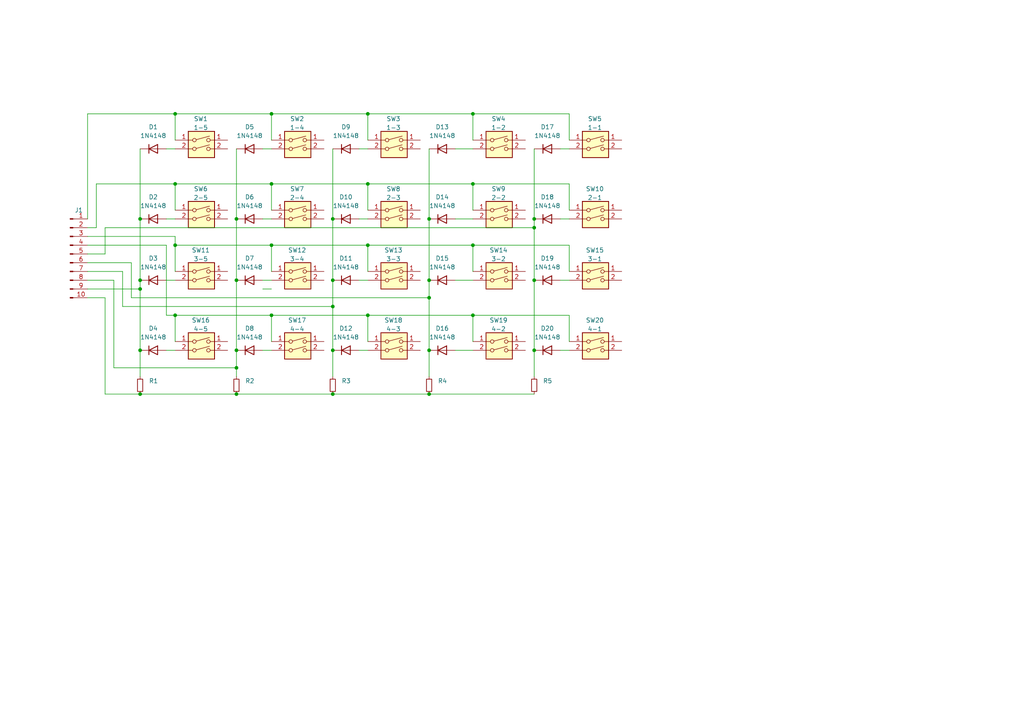
<source format=kicad_sch>
(kicad_sch (version 20230121) (generator eeschema)

  (uuid 509f3902-5729-4271-a282-34eebff0d7ea)

  (paper "A4")

  (lib_symbols
    (symbol "Connector:Conn_01x10_Pin" (pin_names (offset 1.016) hide) (in_bom yes) (on_board yes)
      (property "Reference" "J" (at 0 12.7 0)
        (effects (font (size 1.27 1.27)))
      )
      (property "Value" "Conn_01x10_Pin" (at 0 -15.24 0)
        (effects (font (size 1.27 1.27)))
      )
      (property "Footprint" "" (at 0 0 0)
        (effects (font (size 1.27 1.27)) hide)
      )
      (property "Datasheet" "~" (at 0 0 0)
        (effects (font (size 1.27 1.27)) hide)
      )
      (property "ki_locked" "" (at 0 0 0)
        (effects (font (size 1.27 1.27)))
      )
      (property "ki_keywords" "connector" (at 0 0 0)
        (effects (font (size 1.27 1.27)) hide)
      )
      (property "ki_description" "Generic connector, single row, 01x10, script generated" (at 0 0 0)
        (effects (font (size 1.27 1.27)) hide)
      )
      (property "ki_fp_filters" "Connector*:*_1x??_*" (at 0 0 0)
        (effects (font (size 1.27 1.27)) hide)
      )
      (symbol "Conn_01x10_Pin_1_1"
        (polyline
          (pts
            (xy 1.27 -12.7)
            (xy 0.8636 -12.7)
          )
          (stroke (width 0.1524) (type default))
          (fill (type none))
        )
        (polyline
          (pts
            (xy 1.27 -10.16)
            (xy 0.8636 -10.16)
          )
          (stroke (width 0.1524) (type default))
          (fill (type none))
        )
        (polyline
          (pts
            (xy 1.27 -7.62)
            (xy 0.8636 -7.62)
          )
          (stroke (width 0.1524) (type default))
          (fill (type none))
        )
        (polyline
          (pts
            (xy 1.27 -5.08)
            (xy 0.8636 -5.08)
          )
          (stroke (width 0.1524) (type default))
          (fill (type none))
        )
        (polyline
          (pts
            (xy 1.27 -2.54)
            (xy 0.8636 -2.54)
          )
          (stroke (width 0.1524) (type default))
          (fill (type none))
        )
        (polyline
          (pts
            (xy 1.27 0)
            (xy 0.8636 0)
          )
          (stroke (width 0.1524) (type default))
          (fill (type none))
        )
        (polyline
          (pts
            (xy 1.27 2.54)
            (xy 0.8636 2.54)
          )
          (stroke (width 0.1524) (type default))
          (fill (type none))
        )
        (polyline
          (pts
            (xy 1.27 5.08)
            (xy 0.8636 5.08)
          )
          (stroke (width 0.1524) (type default))
          (fill (type none))
        )
        (polyline
          (pts
            (xy 1.27 7.62)
            (xy 0.8636 7.62)
          )
          (stroke (width 0.1524) (type default))
          (fill (type none))
        )
        (polyline
          (pts
            (xy 1.27 10.16)
            (xy 0.8636 10.16)
          )
          (stroke (width 0.1524) (type default))
          (fill (type none))
        )
        (rectangle (start 0.8636 -12.573) (end 0 -12.827)
          (stroke (width 0.1524) (type default))
          (fill (type outline))
        )
        (rectangle (start 0.8636 -10.033) (end 0 -10.287)
          (stroke (width 0.1524) (type default))
          (fill (type outline))
        )
        (rectangle (start 0.8636 -7.493) (end 0 -7.747)
          (stroke (width 0.1524) (type default))
          (fill (type outline))
        )
        (rectangle (start 0.8636 -4.953) (end 0 -5.207)
          (stroke (width 0.1524) (type default))
          (fill (type outline))
        )
        (rectangle (start 0.8636 -2.413) (end 0 -2.667)
          (stroke (width 0.1524) (type default))
          (fill (type outline))
        )
        (rectangle (start 0.8636 0.127) (end 0 -0.127)
          (stroke (width 0.1524) (type default))
          (fill (type outline))
        )
        (rectangle (start 0.8636 2.667) (end 0 2.413)
          (stroke (width 0.1524) (type default))
          (fill (type outline))
        )
        (rectangle (start 0.8636 5.207) (end 0 4.953)
          (stroke (width 0.1524) (type default))
          (fill (type outline))
        )
        (rectangle (start 0.8636 7.747) (end 0 7.493)
          (stroke (width 0.1524) (type default))
          (fill (type outline))
        )
        (rectangle (start 0.8636 10.287) (end 0 10.033)
          (stroke (width 0.1524) (type default))
          (fill (type outline))
        )
        (pin passive line (at 5.08 10.16 180) (length 3.81)
          (name "Pin_1" (effects (font (size 1.27 1.27))))
          (number "1" (effects (font (size 1.27 1.27))))
        )
        (pin passive line (at 5.08 -12.7 180) (length 3.81)
          (name "Pin_10" (effects (font (size 1.27 1.27))))
          (number "10" (effects (font (size 1.27 1.27))))
        )
        (pin passive line (at 5.08 7.62 180) (length 3.81)
          (name "Pin_2" (effects (font (size 1.27 1.27))))
          (number "2" (effects (font (size 1.27 1.27))))
        )
        (pin passive line (at 5.08 5.08 180) (length 3.81)
          (name "Pin_3" (effects (font (size 1.27 1.27))))
          (number "3" (effects (font (size 1.27 1.27))))
        )
        (pin passive line (at 5.08 2.54 180) (length 3.81)
          (name "Pin_4" (effects (font (size 1.27 1.27))))
          (number "4" (effects (font (size 1.27 1.27))))
        )
        (pin passive line (at 5.08 0 180) (length 3.81)
          (name "Pin_5" (effects (font (size 1.27 1.27))))
          (number "5" (effects (font (size 1.27 1.27))))
        )
        (pin passive line (at 5.08 -2.54 180) (length 3.81)
          (name "Pin_6" (effects (font (size 1.27 1.27))))
          (number "6" (effects (font (size 1.27 1.27))))
        )
        (pin passive line (at 5.08 -5.08 180) (length 3.81)
          (name "Pin_7" (effects (font (size 1.27 1.27))))
          (number "7" (effects (font (size 1.27 1.27))))
        )
        (pin passive line (at 5.08 -7.62 180) (length 3.81)
          (name "Pin_8" (effects (font (size 1.27 1.27))))
          (number "8" (effects (font (size 1.27 1.27))))
        )
        (pin passive line (at 5.08 -10.16 180) (length 3.81)
          (name "Pin_9" (effects (font (size 1.27 1.27))))
          (number "9" (effects (font (size 1.27 1.27))))
        )
      )
    )
    (symbol "Device:R_Small" (pin_numbers hide) (pin_names (offset 0.254) hide) (in_bom yes) (on_board yes)
      (property "Reference" "R" (at 0.762 0.508 0)
        (effects (font (size 1.27 1.27)) (justify left))
      )
      (property "Value" "R_Small" (at 0.762 -1.016 0)
        (effects (font (size 1.27 1.27)) (justify left))
      )
      (property "Footprint" "" (at 0 0 0)
        (effects (font (size 1.27 1.27)) hide)
      )
      (property "Datasheet" "~" (at 0 0 0)
        (effects (font (size 1.27 1.27)) hide)
      )
      (property "ki_keywords" "R resistor" (at 0 0 0)
        (effects (font (size 1.27 1.27)) hide)
      )
      (property "ki_description" "Resistor, small symbol" (at 0 0 0)
        (effects (font (size 1.27 1.27)) hide)
      )
      (property "ki_fp_filters" "R_*" (at 0 0 0)
        (effects (font (size 1.27 1.27)) hide)
      )
      (symbol "R_Small_0_1"
        (rectangle (start -0.762 1.778) (end 0.762 -1.778)
          (stroke (width 0.2032) (type default))
          (fill (type none))
        )
      )
      (symbol "R_Small_1_1"
        (pin passive line (at 0 2.54 270) (length 0.762)
          (name "~" (effects (font (size 1.27 1.27))))
          (number "1" (effects (font (size 1.27 1.27))))
        )
        (pin passive line (at 0 -2.54 90) (length 0.762)
          (name "~" (effects (font (size 1.27 1.27))))
          (number "2" (effects (font (size 1.27 1.27))))
        )
      )
    )
    (symbol "Diode:1N4148" (pin_numbers hide) (pin_names hide) (in_bom yes) (on_board yes)
      (property "Reference" "D" (at 0 2.54 0)
        (effects (font (size 1.27 1.27)))
      )
      (property "Value" "1N4148" (at 0 -2.54 0)
        (effects (font (size 1.27 1.27)))
      )
      (property "Footprint" "Diode_THT:D_DO-35_SOD27_P7.62mm_Horizontal" (at 0 0 0)
        (effects (font (size 1.27 1.27)) hide)
      )
      (property "Datasheet" "https://assets.nexperia.com/documents/data-sheet/1N4148_1N4448.pdf" (at 0 0 0)
        (effects (font (size 1.27 1.27)) hide)
      )
      (property "Sim.Device" "D" (at 0 0 0)
        (effects (font (size 1.27 1.27)) hide)
      )
      (property "Sim.Pins" "1=K 2=A" (at 0 0 0)
        (effects (font (size 1.27 1.27)) hide)
      )
      (property "ki_keywords" "diode" (at 0 0 0)
        (effects (font (size 1.27 1.27)) hide)
      )
      (property "ki_description" "100V 0.15A standard switching diode, DO-35" (at 0 0 0)
        (effects (font (size 1.27 1.27)) hide)
      )
      (property "ki_fp_filters" "D*DO?35*" (at 0 0 0)
        (effects (font (size 1.27 1.27)) hide)
      )
      (symbol "1N4148_0_1"
        (polyline
          (pts
            (xy -1.27 1.27)
            (xy -1.27 -1.27)
          )
          (stroke (width 0.254) (type default))
          (fill (type none))
        )
        (polyline
          (pts
            (xy 1.27 0)
            (xy -1.27 0)
          )
          (stroke (width 0) (type default))
          (fill (type none))
        )
        (polyline
          (pts
            (xy 1.27 1.27)
            (xy 1.27 -1.27)
            (xy -1.27 0)
            (xy 1.27 1.27)
          )
          (stroke (width 0.254) (type default))
          (fill (type none))
        )
      )
      (symbol "1N4148_1_1"
        (pin passive line (at -3.81 0 0) (length 2.54)
          (name "K" (effects (font (size 1.27 1.27))))
          (number "1" (effects (font (size 1.27 1.27))))
        )
        (pin passive line (at 3.81 0 180) (length 2.54)
          (name "A" (effects (font (size 1.27 1.27))))
          (number "2" (effects (font (size 1.27 1.27))))
        )
      )
    )
    (symbol "SW_DIP_x02_4" (pin_names (offset 0) hide) (in_bom yes) (on_board yes)
      (property "Reference" "SW1" (at -0.1778 8.7122 0)
        (effects (font (size 1.27 1.27)))
      )
      (property "Value" "A" (at -0.1778 6.1722 0)
        (effects (font (size 1.27 1.27)))
      )
      (property "Footprint" "Button_Switch_THT:SW_PUSH-12mm_Wuerth-430476085716" (at 0 0 0)
        (effects (font (size 1.27 1.27)) hide)
      )
      (property "Datasheet" "~" (at 0 0 0)
        (effects (font (size 1.27 1.27)) hide)
      )
      (property "ki_keywords" "dip switch" (at 0 0 0)
        (effects (font (size 1.27 1.27)) hide)
      )
      (property "ki_description" "2x DIP Switch, Single Pole Single Throw (SPST) switch, small symbol" (at 0 0 0)
        (effects (font (size 1.27 1.27)) hide)
      )
      (property "ki_fp_filters" "SW?DIP?x2*" (at 0 0 0)
        (effects (font (size 1.27 1.27)) hide)
      )
      (symbol "SW_DIP_x02_4_0_0"
        (circle (center -2.032 0) (radius 0.508)
          (stroke (width 0) (type default))
          (fill (type none))
        )
        (circle (center -2.032 2.54) (radius 0.508)
          (stroke (width 0) (type default))
          (fill (type none))
        )
        (polyline
          (pts
            (xy -1.524 0.127)
            (xy 2.3622 1.1684)
          )
          (stroke (width 0) (type default))
          (fill (type none))
        )
        (polyline
          (pts
            (xy -1.524 2.667)
            (xy 2.3622 3.7084)
          )
          (stroke (width 0) (type default))
          (fill (type none))
        )
        (circle (center 2.032 0) (radius 0.508)
          (stroke (width 0) (type default))
          (fill (type none))
        )
        (circle (center 2.032 2.54) (radius 0.508)
          (stroke (width 0) (type default))
          (fill (type none))
        )
      )
      (symbol "SW_DIP_x02_4_0_1"
        (rectangle (start -3.81 5.08) (end 3.81 -2.54)
          (stroke (width 0.254) (type default))
          (fill (type background))
        )
      )
      (symbol "SW_DIP_x02_4_1_1"
        (pin passive line (at -7.62 2.54 0) (length 5.08)
          (name "~" (effects (font (size 1.27 1.27))))
          (number "1" (effects (font (size 1.27 1.27))))
        )
        (pin passive line (at 7.62 2.54 180) (length 5.08)
          (name "~" (effects (font (size 1.27 1.27))))
          (number "1" (effects (font (size 1.27 1.27))))
        )
        (pin passive line (at -7.62 0 0) (length 5.08)
          (name "~" (effects (font (size 1.27 1.27))))
          (number "2" (effects (font (size 1.27 1.27))))
        )
        (pin passive line (at 7.62 0 180) (length 5.08)
          (name "~" (effects (font (size 1.27 1.27))))
          (number "2" (effects (font (size 1.27 1.27))))
        )
      )
    )
  )

  (junction (at 50.8 33.02) (diameter 0) (color 0 0 0 0)
    (uuid 0c42d078-fd8d-486f-8721-13c7831f07fd)
  )
  (junction (at 137.16 33.02) (diameter 0) (color 0 0 0 0)
    (uuid 0ce7e466-2136-416d-b76f-8d657978dccb)
  )
  (junction (at 106.68 91.44) (diameter 0) (color 0 0 0 0)
    (uuid 0d994852-3885-450f-8b8c-3ef6ce352552)
  )
  (junction (at 96.52 63.5) (diameter 0) (color 0 0 0 0)
    (uuid 1bf9629b-3043-4fcf-80f0-d0280e28c74d)
  )
  (junction (at 124.46 86.36) (diameter 0) (color 0 0 0 0)
    (uuid 2522f76b-8a46-4b72-8a0c-18b59d388cc3)
  )
  (junction (at 50.8 53.34) (diameter 0) (color 0 0 0 0)
    (uuid 28759ef8-8981-4793-b441-0d55d56beab4)
  )
  (junction (at 78.74 91.44) (diameter 0) (color 0 0 0 0)
    (uuid 34f7c1f4-4fc4-4092-a376-cd866dbe2957)
  )
  (junction (at 154.94 63.5) (diameter 0) (color 0 0 0 0)
    (uuid 4097aa9f-81de-453b-90ed-59b15f815f54)
  )
  (junction (at 106.68 33.02) (diameter 0) (color 0 0 0 0)
    (uuid 51f75b5e-57cc-461b-aafc-87aa9ed98121)
  )
  (junction (at 96.52 88.9) (diameter 0) (color 0 0 0 0)
    (uuid 52b27a7a-54ec-4958-8b15-f5eb788b4743)
  )
  (junction (at 124.46 101.6) (diameter 0) (color 0 0 0 0)
    (uuid 567ad932-8149-45b8-a258-10051b90b28a)
  )
  (junction (at 68.58 63.5) (diameter 0) (color 0 0 0 0)
    (uuid 59bd1db4-875f-450c-8890-f810019e5755)
  )
  (junction (at 124.46 114.3) (diameter 0) (color 0 0 0 0)
    (uuid 5e4f356c-8207-468e-b586-856729bc54d9)
  )
  (junction (at 40.64 83.82) (diameter 0) (color 0 0 0 0)
    (uuid 81e909d0-e01b-4754-89b0-d92db6a710ac)
  )
  (junction (at 50.8 71.12) (diameter 0) (color 0 0 0 0)
    (uuid 83d6612e-5efd-41f6-b9d2-a64d7859592a)
  )
  (junction (at 137.16 71.12) (diameter 0) (color 0 0 0 0)
    (uuid 8d52dadb-bc40-4991-a68c-038ca2d8d96c)
  )
  (junction (at 78.74 53.34) (diameter 0) (color 0 0 0 0)
    (uuid 95b9d05b-0f2b-452f-b27d-908947f1320d)
  )
  (junction (at 106.68 71.12) (diameter 0) (color 0 0 0 0)
    (uuid 9a910acb-75a3-4c54-8574-769be2149df1)
  )
  (junction (at 68.58 106.68) (diameter 0) (color 0 0 0 0)
    (uuid a6611908-867e-4797-a7fb-669cfc4abdd9)
  )
  (junction (at 96.52 114.3) (diameter 0) (color 0 0 0 0)
    (uuid aa293737-5e49-4c81-8d33-085e4b5e234e)
  )
  (junction (at 96.52 81.28) (diameter 0) (color 0 0 0 0)
    (uuid afc57418-26d1-49fd-a475-d762f52b742a)
  )
  (junction (at 106.68 53.34) (diameter 0) (color 0 0 0 0)
    (uuid b0aec79c-18ff-40fa-a25e-0cf139fabfd6)
  )
  (junction (at 40.64 114.3) (diameter 0) (color 0 0 0 0)
    (uuid b21765c4-950e-492c-8471-3fc8862ded07)
  )
  (junction (at 137.16 53.34) (diameter 0) (color 0 0 0 0)
    (uuid bcbc7ced-e690-4d09-8d46-bfe76fbc62ce)
  )
  (junction (at 124.46 63.5) (diameter 0) (color 0 0 0 0)
    (uuid bf0bdcc0-4611-459d-a2f0-2faa0e39bd7f)
  )
  (junction (at 154.94 81.28) (diameter 0) (color 0 0 0 0)
    (uuid bf8b250c-ca4e-4216-8c16-6362923c3aaa)
  )
  (junction (at 68.58 114.3) (diameter 0) (color 0 0 0 0)
    (uuid bfe5eb20-0509-4bb2-9da9-240921781c24)
  )
  (junction (at 78.74 33.02) (diameter 0) (color 0 0 0 0)
    (uuid c1ec8cb0-cb3d-478c-88e5-af4d618a3de1)
  )
  (junction (at 50.8 91.44) (diameter 0) (color 0 0 0 0)
    (uuid cbc6839a-6c62-4240-9bfb-cd7fe29c95d3)
  )
  (junction (at 124.46 81.28) (diameter 0) (color 0 0 0 0)
    (uuid cd81a3d9-f3d1-45cc-8d6a-09331cccc663)
  )
  (junction (at 137.16 91.44) (diameter 0) (color 0 0 0 0)
    (uuid cd9f7584-0ad7-4c37-978e-460c77c72fcf)
  )
  (junction (at 68.58 101.6) (diameter 0) (color 0 0 0 0)
    (uuid d5af05af-0351-4c8a-83cd-69da29a159e5)
  )
  (junction (at 40.64 63.5) (diameter 0) (color 0 0 0 0)
    (uuid d8ced413-51d1-4ef7-807d-c15590a767ae)
  )
  (junction (at 68.58 81.28) (diameter 0) (color 0 0 0 0)
    (uuid de425f30-5a37-4efc-96b5-1aa7d248b6a2)
  )
  (junction (at 78.74 71.12) (diameter 0) (color 0 0 0 0)
    (uuid e738bd93-0936-4d82-8e04-a0e9572ee07a)
  )
  (junction (at 40.64 101.6) (diameter 0) (color 0 0 0 0)
    (uuid ec058898-35e0-45ab-acef-08c55847cab8)
  )
  (junction (at 154.94 101.6) (diameter 0) (color 0 0 0 0)
    (uuid f3f26428-0e37-4e54-909d-3f874b98b12e)
  )
  (junction (at 40.64 81.28) (diameter 0) (color 0 0 0 0)
    (uuid f52efad8-14e7-4aed-96eb-b59d68784e72)
  )
  (junction (at 96.52 101.6) (diameter 0) (color 0 0 0 0)
    (uuid f5310da0-e81d-40ec-829f-1ec6c615108f)
  )
  (junction (at 154.94 66.04) (diameter 0) (color 0 0 0 0)
    (uuid f8b70b1e-a62a-4bc9-b160-f6b3349c9ce6)
  )

  (wire (pts (xy 106.68 33.02) (xy 106.68 40.64))
    (stroke (width 0) (type default))
    (uuid 00878206-4d55-4279-965b-6df71775a747)
  )
  (wire (pts (xy 124.46 43.18) (xy 124.46 63.5))
    (stroke (width 0) (type default))
    (uuid 022aa232-7322-40f3-bf14-d431f7948f28)
  )
  (wire (pts (xy 76.2 63.5) (xy 78.74 63.5))
    (stroke (width 0) (type default))
    (uuid 0289278a-c2b6-45a8-bc50-2e24a0b94c25)
  )
  (wire (pts (xy 76.2 81.28) (xy 78.74 81.28))
    (stroke (width 0) (type default))
    (uuid 05c70598-42f5-42ee-a8b5-c1527fb05fed)
  )
  (wire (pts (xy 25.4 78.74) (xy 35.56 78.74))
    (stroke (width 0) (type default))
    (uuid 0bb02da7-86f8-4a72-ac28-16fbfc25f7d8)
  )
  (wire (pts (xy 132.08 63.5) (xy 137.16 63.5))
    (stroke (width 0) (type default))
    (uuid 0dd35031-169b-49e7-936e-830f2dedd19b)
  )
  (wire (pts (xy 25.4 73.66) (xy 30.48 73.66))
    (stroke (width 0) (type default))
    (uuid 0e30a014-b689-4599-88bb-95a4145d66e3)
  )
  (wire (pts (xy 137.16 33.02) (xy 137.16 40.64))
    (stroke (width 0) (type default))
    (uuid 122455bc-768f-4c19-877c-fac4e66b7920)
  )
  (wire (pts (xy 104.14 81.28) (xy 106.68 81.28))
    (stroke (width 0) (type default))
    (uuid 1603c2c6-544b-4c01-b3e1-a9cfa6548252)
  )
  (wire (pts (xy 96.52 81.28) (xy 96.52 88.9))
    (stroke (width 0) (type default))
    (uuid 1ad594f9-75f8-4487-a703-595c3676df5d)
  )
  (wire (pts (xy 48.26 63.5) (xy 50.8 63.5))
    (stroke (width 0) (type default))
    (uuid 1b4214e4-d254-409c-b062-2812e8e85e96)
  )
  (wire (pts (xy 165.1 33.02) (xy 165.1 40.64))
    (stroke (width 0) (type default))
    (uuid 1ba27f46-5484-43b1-a4d9-f89c677b16a7)
  )
  (wire (pts (xy 154.94 63.5) (xy 154.94 66.04))
    (stroke (width 0) (type default))
    (uuid 1e6c49b8-05b3-44a5-9424-c5b6653326e1)
  )
  (wire (pts (xy 50.8 33.02) (xy 78.74 33.02))
    (stroke (width 0) (type default))
    (uuid 20b04f18-4107-43bf-a3d1-5442b605677f)
  )
  (wire (pts (xy 78.74 33.02) (xy 106.68 33.02))
    (stroke (width 0) (type default))
    (uuid 21652c8b-55bd-4afb-8c84-34dbc0595240)
  )
  (wire (pts (xy 33.02 106.68) (xy 68.58 106.68))
    (stroke (width 0) (type default))
    (uuid 279d0868-b362-4bc0-a30a-c829ed920ef6)
  )
  (wire (pts (xy 25.4 33.02) (xy 50.8 33.02))
    (stroke (width 0) (type default))
    (uuid 28f3ba9b-b7ee-4d6d-82f9-36369d48e8f9)
  )
  (wire (pts (xy 137.16 91.44) (xy 165.1 91.44))
    (stroke (width 0) (type default))
    (uuid 2ce040bd-d696-4d26-82e9-6c6708329e12)
  )
  (wire (pts (xy 78.74 91.44) (xy 106.68 91.44))
    (stroke (width 0) (type default))
    (uuid 30ca8b87-9a61-46e5-ada6-bc3096d59b7c)
  )
  (wire (pts (xy 30.48 73.66) (xy 30.48 66.04))
    (stroke (width 0) (type default))
    (uuid 316e31ac-14ce-48e7-b15c-7a5c8abc637f)
  )
  (wire (pts (xy 27.94 53.34) (xy 50.8 53.34))
    (stroke (width 0) (type default))
    (uuid 318b3901-9de8-4021-8450-171b55d2f590)
  )
  (wire (pts (xy 165.1 71.12) (xy 165.1 78.74))
    (stroke (width 0) (type default))
    (uuid 34c83809-6bbd-434c-a8a1-a7a2f860cc55)
  )
  (wire (pts (xy 96.52 43.18) (xy 96.52 63.5))
    (stroke (width 0) (type default))
    (uuid 39252dcb-f854-42d4-9116-3ac5ea7b5856)
  )
  (wire (pts (xy 40.64 81.28) (xy 40.64 83.82))
    (stroke (width 0) (type default))
    (uuid 3a960814-289e-47ed-9eff-44983db13cbe)
  )
  (wire (pts (xy 38.1 76.2) (xy 38.1 86.36))
    (stroke (width 0) (type default))
    (uuid 3ceeacd0-4a64-499c-9601-7a0fd5b3b8ca)
  )
  (wire (pts (xy 48.26 91.44) (xy 50.8 91.44))
    (stroke (width 0) (type default))
    (uuid 3d313ba3-edfa-41f2-9d22-851252175ddf)
  )
  (wire (pts (xy 154.94 66.04) (xy 154.94 81.28))
    (stroke (width 0) (type default))
    (uuid 40add83e-7d2e-4c00-8d4a-150dc1880a9f)
  )
  (wire (pts (xy 78.74 53.34) (xy 78.74 60.96))
    (stroke (width 0) (type default))
    (uuid 43450736-1755-4575-b44c-0590598a39fc)
  )
  (wire (pts (xy 50.8 33.02) (xy 50.8 40.64))
    (stroke (width 0) (type default))
    (uuid 46719c02-3298-4743-960c-0ebf22b5019c)
  )
  (wire (pts (xy 68.58 43.18) (xy 68.58 63.5))
    (stroke (width 0) (type default))
    (uuid 46fc4757-6f36-425d-8631-56d672309c1e)
  )
  (wire (pts (xy 33.02 81.28) (xy 33.02 106.68))
    (stroke (width 0) (type default))
    (uuid 4849432a-b8f0-4560-ba26-a3df92cf2d3d)
  )
  (wire (pts (xy 106.68 71.12) (xy 106.68 78.74))
    (stroke (width 0) (type default))
    (uuid 4c0f4554-0713-4327-9644-23e2fedad64e)
  )
  (wire (pts (xy 165.1 53.34) (xy 165.1 60.96))
    (stroke (width 0) (type default))
    (uuid 4cbfbb7d-3083-4c67-a4ec-520e1dc019f3)
  )
  (wire (pts (xy 78.74 53.34) (xy 106.68 53.34))
    (stroke (width 0) (type default))
    (uuid 4d23034c-c950-4935-8e91-8b00b814ba34)
  )
  (wire (pts (xy 106.68 33.02) (xy 137.16 33.02))
    (stroke (width 0) (type default))
    (uuid 516dc604-967e-481f-ba67-64f1fe3db605)
  )
  (wire (pts (xy 68.58 114.3) (xy 40.64 114.3))
    (stroke (width 0) (type default))
    (uuid 59cb3060-7f50-4acd-8f23-abe33703922f)
  )
  (wire (pts (xy 78.74 71.12) (xy 106.68 71.12))
    (stroke (width 0) (type default))
    (uuid 5cf072b1-c71f-45c3-9d6c-4a8f50f1697e)
  )
  (wire (pts (xy 132.08 81.28) (xy 137.16 81.28))
    (stroke (width 0) (type default))
    (uuid 6073c380-44d7-441a-a207-d5a6836eed41)
  )
  (wire (pts (xy 132.08 101.6) (xy 137.16 101.6))
    (stroke (width 0) (type default))
    (uuid 619d15d5-4c7d-4359-bb09-c9880a22d663)
  )
  (wire (pts (xy 104.14 63.5) (xy 106.68 63.5))
    (stroke (width 0) (type default))
    (uuid 627b8828-f002-4960-8219-dfe89fb71b89)
  )
  (wire (pts (xy 25.4 76.2) (xy 38.1 76.2))
    (stroke (width 0) (type default))
    (uuid 68f94298-7eb2-4b0c-98d6-f0e3cb336a61)
  )
  (wire (pts (xy 40.64 114.3) (xy 30.48 114.3))
    (stroke (width 0) (type default))
    (uuid 690f4bba-c02f-4a8c-9471-b27c536ec626)
  )
  (wire (pts (xy 25.4 81.28) (xy 33.02 81.28))
    (stroke (width 0) (type default))
    (uuid 6b2128b4-5530-4b42-b840-5505de858967)
  )
  (wire (pts (xy 35.56 88.9) (xy 96.52 88.9))
    (stroke (width 0) (type default))
    (uuid 6c570c32-c7b2-44ac-a11f-ebd34df40695)
  )
  (wire (pts (xy 78.74 71.12) (xy 78.74 78.74))
    (stroke (width 0) (type default))
    (uuid 6e4586d0-6f68-4542-a649-4749daa9e770)
  )
  (wire (pts (xy 137.16 33.02) (xy 165.1 33.02))
    (stroke (width 0) (type default))
    (uuid 74e9426c-1a32-436e-b53a-5618dc6c52f1)
  )
  (wire (pts (xy 68.58 81.28) (xy 68.58 101.6))
    (stroke (width 0) (type default))
    (uuid 7b32a36e-6aa4-4841-84cb-5fe86ce71bda)
  )
  (wire (pts (xy 106.68 91.44) (xy 137.16 91.44))
    (stroke (width 0) (type default))
    (uuid 7cd529c6-a76a-4669-944a-289d88884224)
  )
  (wire (pts (xy 154.94 43.18) (xy 154.94 63.5))
    (stroke (width 0) (type default))
    (uuid 7d0ae9d0-7640-4a2c-90b5-f75cc1dc2114)
  )
  (wire (pts (xy 96.52 114.3) (xy 68.58 114.3))
    (stroke (width 0) (type default))
    (uuid 7d26f4b4-73e9-4241-8d40-cfa2f86969cd)
  )
  (wire (pts (xy 106.68 91.44) (xy 106.68 99.06))
    (stroke (width 0) (type default))
    (uuid 7f718a01-d31b-4997-af8d-8e0941c8e191)
  )
  (wire (pts (xy 50.8 53.34) (xy 78.74 53.34))
    (stroke (width 0) (type default))
    (uuid 84709590-6843-4134-a58e-67542176dc13)
  )
  (wire (pts (xy 106.68 53.34) (xy 106.68 60.96))
    (stroke (width 0) (type default))
    (uuid 87b6f124-ad49-4920-b10b-bff3f8c1d077)
  )
  (wire (pts (xy 96.52 63.5) (xy 96.52 81.28))
    (stroke (width 0) (type default))
    (uuid 8993e357-9ec5-4de0-b863-5376100eaf5b)
  )
  (wire (pts (xy 137.16 71.12) (xy 165.1 71.12))
    (stroke (width 0) (type default))
    (uuid 8b122faa-6f2d-40cb-926b-ca7c9073f066)
  )
  (wire (pts (xy 137.16 91.44) (xy 137.16 99.06))
    (stroke (width 0) (type default))
    (uuid 8b47f07e-6280-4421-a59a-62f1a4fea360)
  )
  (wire (pts (xy 50.8 91.44) (xy 50.8 99.06))
    (stroke (width 0) (type default))
    (uuid 93fe6d43-c765-4980-9ed4-ebd2b13b2d37)
  )
  (wire (pts (xy 40.64 43.18) (xy 40.64 63.5))
    (stroke (width 0) (type default))
    (uuid 9483b8a6-bad6-4dc2-9373-9dde601cb907)
  )
  (wire (pts (xy 137.16 53.34) (xy 165.1 53.34))
    (stroke (width 0) (type default))
    (uuid 956b2306-5c53-4f2a-a790-678822fb6d0c)
  )
  (wire (pts (xy 76.2 101.6) (xy 78.74 101.6))
    (stroke (width 0) (type default))
    (uuid 97d20cee-0b36-4545-83e4-ff0b61db727a)
  )
  (wire (pts (xy 76.2 83.82) (xy 78.74 83.82))
    (stroke (width 0) (type default))
    (uuid 9d2ddd54-99ed-41dd-82b7-6fa9b2badbac)
  )
  (wire (pts (xy 162.56 101.6) (xy 165.1 101.6))
    (stroke (width 0) (type default))
    (uuid 9fd26d39-27da-42fa-af07-af2e8a28d2bc)
  )
  (wire (pts (xy 162.56 43.18) (xy 165.1 43.18))
    (stroke (width 0) (type default))
    (uuid a115a96b-570c-4626-8f42-ce7508ab79dc)
  )
  (wire (pts (xy 30.48 66.04) (xy 154.94 66.04))
    (stroke (width 0) (type default))
    (uuid a1d0ac0f-ab1b-48a6-a053-572fa61e9b13)
  )
  (wire (pts (xy 50.8 68.58) (xy 50.8 71.12))
    (stroke (width 0) (type default))
    (uuid a557ab03-66fe-4bb8-8fac-f4e57cdde681)
  )
  (wire (pts (xy 106.68 71.12) (xy 137.16 71.12))
    (stroke (width 0) (type default))
    (uuid a5ff43d8-e2fe-4ecc-aa86-f5cd53adc4e1)
  )
  (wire (pts (xy 124.46 63.5) (xy 124.46 81.28))
    (stroke (width 0) (type default))
    (uuid a690fa25-e6d4-42ff-b6ef-47f1bf7cd218)
  )
  (wire (pts (xy 154.94 81.28) (xy 154.94 101.6))
    (stroke (width 0) (type default))
    (uuid a6df6a9e-fad6-4905-bc8c-bb9bd158fdc3)
  )
  (wire (pts (xy 30.48 86.36) (xy 25.4 86.36))
    (stroke (width 0) (type default))
    (uuid ab64d91b-d2c5-4a19-b407-8bfafe6a56eb)
  )
  (wire (pts (xy 137.16 71.12) (xy 137.16 78.74))
    (stroke (width 0) (type default))
    (uuid adc10208-c092-4895-8560-4b9439c18918)
  )
  (wire (pts (xy 96.52 88.9) (xy 96.52 101.6))
    (stroke (width 0) (type default))
    (uuid ae8dbb51-5c02-45cf-be66-3b7bbe6f2853)
  )
  (wire (pts (xy 48.26 81.28) (xy 50.8 81.28))
    (stroke (width 0) (type default))
    (uuid b1fbc4b2-a38b-47ca-9862-aaab576150aa)
  )
  (wire (pts (xy 78.74 33.02) (xy 78.74 40.64))
    (stroke (width 0) (type default))
    (uuid b4143aa5-da71-4586-8263-4deefdf51b1c)
  )
  (wire (pts (xy 96.52 101.6) (xy 96.52 109.22))
    (stroke (width 0) (type default))
    (uuid b784a9d4-cfbf-485e-abb2-6961cf8e734f)
  )
  (wire (pts (xy 38.1 86.36) (xy 124.46 86.36))
    (stroke (width 0) (type default))
    (uuid b845c226-ba64-4915-b0f4-b4ab11f2a4c3)
  )
  (wire (pts (xy 25.4 68.58) (xy 50.8 68.58))
    (stroke (width 0) (type default))
    (uuid b8ca320b-7b61-43b3-bd3c-a36c204e81a0)
  )
  (wire (pts (xy 104.14 43.18) (xy 106.68 43.18))
    (stroke (width 0) (type default))
    (uuid bb14fcdb-7058-4a11-9be1-736f55f9a8a3)
  )
  (wire (pts (xy 68.58 63.5) (xy 68.58 81.28))
    (stroke (width 0) (type default))
    (uuid bff4a0e1-8d77-4095-bd60-8c9953eed129)
  )
  (wire (pts (xy 25.4 83.82) (xy 40.64 83.82))
    (stroke (width 0) (type default))
    (uuid c363fc6b-87be-4bfe-aec3-df5ef3148b79)
  )
  (wire (pts (xy 25.4 66.04) (xy 27.94 66.04))
    (stroke (width 0) (type default))
    (uuid c759b278-48dc-4d4f-b48d-f4ab5c6d8dda)
  )
  (wire (pts (xy 137.16 53.34) (xy 137.16 60.96))
    (stroke (width 0) (type default))
    (uuid c82f64b7-6e43-4546-af0d-cd126ebb542e)
  )
  (wire (pts (xy 48.26 71.12) (xy 48.26 91.44))
    (stroke (width 0) (type default))
    (uuid c90ea116-0ab2-44fd-b0b4-f9a654646af2)
  )
  (wire (pts (xy 76.2 43.18) (xy 78.74 43.18))
    (stroke (width 0) (type default))
    (uuid cc1f4821-15cf-4843-800f-14c178e578e7)
  )
  (wire (pts (xy 104.14 101.6) (xy 106.68 101.6))
    (stroke (width 0) (type default))
    (uuid cd318fb7-1bb6-4c2e-aa3c-2c0ebf16c0b4)
  )
  (wire (pts (xy 124.46 101.6) (xy 124.46 109.22))
    (stroke (width 0) (type default))
    (uuid d2cd8d8e-741d-49cb-9df5-64d8bf0e2829)
  )
  (wire (pts (xy 25.4 71.12) (xy 48.26 71.12))
    (stroke (width 0) (type default))
    (uuid d65a6daa-56b5-4fde-a310-ad90d2e5b872)
  )
  (wire (pts (xy 40.64 101.6) (xy 40.64 109.22))
    (stroke (width 0) (type default))
    (uuid d6897c22-625e-419c-af14-5ea078dd8c89)
  )
  (wire (pts (xy 162.56 81.28) (xy 165.1 81.28))
    (stroke (width 0) (type default))
    (uuid d72dabd6-3410-4db6-83a4-97a3acfbb8cf)
  )
  (wire (pts (xy 68.58 106.68) (xy 68.58 109.22))
    (stroke (width 0) (type default))
    (uuid d88a5812-8421-4f4d-a0b4-aac7c0395b12)
  )
  (wire (pts (xy 50.8 53.34) (xy 50.8 60.96))
    (stroke (width 0) (type default))
    (uuid da0cfe1d-20de-47bb-9d54-d95b6f4fdaab)
  )
  (wire (pts (xy 162.56 63.5) (xy 165.1 63.5))
    (stroke (width 0) (type default))
    (uuid e028b542-d97d-4899-9e5d-986e082ef205)
  )
  (wire (pts (xy 124.46 114.3) (xy 96.52 114.3))
    (stroke (width 0) (type default))
    (uuid e0c1c7e7-2382-44f0-be86-28839a523000)
  )
  (wire (pts (xy 25.4 33.02) (xy 25.4 63.5))
    (stroke (width 0) (type default))
    (uuid e3972c03-7895-435d-b902-f7179ce82520)
  )
  (wire (pts (xy 132.08 43.18) (xy 137.16 43.18))
    (stroke (width 0) (type default))
    (uuid e50c2a4c-e106-4f9f-b671-25752ef20174)
  )
  (wire (pts (xy 35.56 78.74) (xy 35.56 88.9))
    (stroke (width 0) (type default))
    (uuid e5c2aaf6-6884-4f3f-b2da-337f8dcf0a50)
  )
  (wire (pts (xy 40.64 83.82) (xy 40.64 101.6))
    (stroke (width 0) (type default))
    (uuid e75a1d0e-0ce3-40bf-9acc-d4dbe5537e9d)
  )
  (wire (pts (xy 48.26 43.18) (xy 50.8 43.18))
    (stroke (width 0) (type default))
    (uuid e7f9a764-3829-476f-bc50-5a99e2d09240)
  )
  (wire (pts (xy 154.94 114.3) (xy 124.46 114.3))
    (stroke (width 0) (type default))
    (uuid e9c91745-f6e6-405c-8420-9498d46cb2ce)
  )
  (wire (pts (xy 50.8 71.12) (xy 78.74 71.12))
    (stroke (width 0) (type default))
    (uuid eb0dbd6c-8b7d-480c-93f9-4827edad7d60)
  )
  (wire (pts (xy 124.46 86.36) (xy 124.46 101.6))
    (stroke (width 0) (type default))
    (uuid ed74b4ef-62a7-4b30-9a16-8903b50a4392)
  )
  (wire (pts (xy 106.68 53.34) (xy 137.16 53.34))
    (stroke (width 0) (type default))
    (uuid ee2c29ce-61db-4642-be23-3aa916bf1e2f)
  )
  (wire (pts (xy 68.58 106.68) (xy 68.58 101.6))
    (stroke (width 0) (type default))
    (uuid f4891a10-5e04-4ece-98c6-fccc03933a58)
  )
  (wire (pts (xy 48.26 101.6) (xy 50.8 101.6))
    (stroke (width 0) (type default))
    (uuid f491d92d-337d-49dd-820b-1669a50fb40c)
  )
  (wire (pts (xy 27.94 66.04) (xy 27.94 53.34))
    (stroke (width 0) (type default))
    (uuid f4f49cdd-be1a-495d-81d9-a0df9b869e4e)
  )
  (wire (pts (xy 165.1 91.44) (xy 165.1 99.06))
    (stroke (width 0) (type default))
    (uuid f5905d2b-9bf7-4e2b-a2ea-c9e6741aa1d3)
  )
  (wire (pts (xy 124.46 81.28) (xy 124.46 86.36))
    (stroke (width 0) (type default))
    (uuid f6bb418a-a239-4ba3-ac37-cc7341f6cca4)
  )
  (wire (pts (xy 50.8 71.12) (xy 50.8 78.74))
    (stroke (width 0) (type default))
    (uuid f9609310-d260-47dd-8ee9-592f16959201)
  )
  (wire (pts (xy 40.64 63.5) (xy 40.64 81.28))
    (stroke (width 0) (type default))
    (uuid fa82adde-79a5-4037-93e3-f31625940f63)
  )
  (wire (pts (xy 50.8 91.44) (xy 78.74 91.44))
    (stroke (width 0) (type default))
    (uuid fba6680d-5f7e-4b67-8bde-1077ae412fbd)
  )
  (wire (pts (xy 154.94 101.6) (xy 154.94 109.22))
    (stroke (width 0) (type default))
    (uuid fca5e8a9-9619-4860-85de-b2c9d836c977)
  )
  (wire (pts (xy 30.48 114.3) (xy 30.48 86.36))
    (stroke (width 0) (type default))
    (uuid fcdb9608-f869-4b91-8fe2-5e57402b691d)
  )
  (wire (pts (xy 78.74 91.44) (xy 78.74 99.06))
    (stroke (width 0) (type default))
    (uuid fd778a2f-d72a-4a21-bf6c-77014184948b)
  )

  (symbol (lib_id "Connector:Conn_01x10_Pin") (at 20.32 73.66 0) (unit 1)
    (in_bom yes) (on_board yes) (dnp no)
    (uuid 0b1083b5-638a-452c-b45b-27af6a910ed4)
    (property "Reference" "J1" (at 22.86 60.96 0)
      (effects (font (size 1.27 1.27)))
    )
    (property "Value" "Conn_01x10_Pin" (at 20.955 60.96 0)
      (effects (font (size 1.27 1.27)) hide)
    )
    (property "Footprint" "Connector_PinHeader_2.54mm:PinHeader_1x10_P2.54mm_Vertical" (at 20.32 73.66 0)
      (effects (font (size 1.27 1.27)) hide)
    )
    (property "Datasheet" "~" (at 20.32 73.66 0)
      (effects (font (size 1.27 1.27)) hide)
    )
    (pin "1" (uuid 480aba95-5628-482b-a78f-6e2afbeaf95d))
    (pin "10" (uuid 858a519d-6b27-4c51-a4b9-3bd28f4c12d1))
    (pin "2" (uuid 4a49aea3-e31d-465e-b957-1ac935e41b68))
    (pin "3" (uuid d06883d7-d16a-4bec-8d57-20ccc967f77c))
    (pin "4" (uuid 43bc4712-b781-4816-84ec-69e82c4be54c))
    (pin "5" (uuid 60936467-dc5e-4e09-807a-7f53218aa9e6))
    (pin "6" (uuid 464edd72-1b8d-4ce4-89ee-fdd39f7c2911))
    (pin "7" (uuid 375f1644-338e-4cd8-af28-126a66a1588a))
    (pin "8" (uuid fe7d10a2-2eef-4b23-bd47-67dc43a5fb3a))
    (pin "9" (uuid aaf1cf5f-18db-4afa-be78-7061ca451c21))
    (instances
      (project "Keypad"
        (path "/509f3902-5729-4271-a282-34eebff0d7ea"
          (reference "J1") (unit 1)
        )
      )
    )
  )

  (symbol (lib_name "SW_DIP_x02_4") (lib_id "Switch:SW_DIP_x02") (at 144.78 101.6 0) (unit 1)
    (in_bom yes) (on_board yes) (dnp no)
    (uuid 0c92e020-6d64-477f-9ddb-ff2a2c062ff8)
    (property "Reference" "SW19" (at 144.6022 92.8878 0)
      (effects (font (size 1.27 1.27)))
    )
    (property "Value" "4-2" (at 144.6022 95.4278 0)
      (effects (font (size 1.27 1.27)))
    )
    (property "Footprint" "Button_Switch_THT:SW_PUSH-12mm_Wuerth-430476085716" (at 144.78 101.6 0)
      (effects (font (size 1.27 1.27)) hide)
    )
    (property "Datasheet" "~" (at 144.78 101.6 0)
      (effects (font (size 1.27 1.27)) hide)
    )
    (pin "1" (uuid 6268c6b9-60f9-41dd-9c8b-ff60477b4b78))
    (pin "1" (uuid 6268c6b9-60f9-41dd-9c8b-ff60477b4b78))
    (pin "2" (uuid 13dcaf83-4491-4e82-8959-ddccb666c4ff))
    (pin "2" (uuid 13dcaf83-4491-4e82-8959-ddccb666c4ff))
    (instances
      (project "Keypad"
        (path "/509f3902-5729-4271-a282-34eebff0d7ea"
          (reference "SW19") (unit 1)
        )
      )
      (project "CHESSmate PCB"
        (path "/f2d75343-0a54-452a-b847-8ab255141518"
          (reference "SW1") (unit 1)
        )
      )
    )
  )

  (symbol (lib_id "Diode:1N4148") (at 100.33 43.18 0) (unit 1)
    (in_bom yes) (on_board yes) (dnp no) (fields_autoplaced)
    (uuid 110fffbf-27e3-48a9-bfc5-a44b836daf34)
    (property "Reference" "D9" (at 100.33 36.83 0)
      (effects (font (size 1.27 1.27)))
    )
    (property "Value" "1N4148" (at 100.33 39.37 0)
      (effects (font (size 1.27 1.27)))
    )
    (property "Footprint" "Diode_THT:D_DO-35_SOD27_P7.62mm_Horizontal" (at 100.33 43.18 0)
      (effects (font (size 1.27 1.27)) hide)
    )
    (property "Datasheet" "https://assets.nexperia.com/documents/data-sheet/1N4148_1N4448.pdf" (at 100.33 43.18 0)
      (effects (font (size 1.27 1.27)) hide)
    )
    (property "Sim.Device" "D" (at 100.33 43.18 0)
      (effects (font (size 1.27 1.27)) hide)
    )
    (property "Sim.Pins" "1=K 2=A" (at 100.33 43.18 0)
      (effects (font (size 1.27 1.27)) hide)
    )
    (pin "1" (uuid aaeb7536-8524-4bba-baaf-268f3ab5ba83))
    (pin "2" (uuid 79ff7241-48c6-4112-8187-623f4f3174bd))
    (instances
      (project "Keypad"
        (path "/509f3902-5729-4271-a282-34eebff0d7ea"
          (reference "D9") (unit 1)
        )
      )
    )
  )

  (symbol (lib_name "SW_DIP_x02_4") (lib_id "Switch:SW_DIP_x02") (at 114.3 63.5 0) (unit 1)
    (in_bom yes) (on_board yes) (dnp no)
    (uuid 165abfca-0463-4c25-9a20-3087459f1047)
    (property "Reference" "SW8" (at 114.122 54.808 0)
      (effects (font (size 1.27 1.27)))
    )
    (property "Value" "2-3" (at 114.1222 57.3278 0)
      (effects (font (size 1.27 1.27)))
    )
    (property "Footprint" "Button_Switch_THT:SW_PUSH-12mm_Wuerth-430476085716" (at 114.3 63.5 0)
      (effects (font (size 1.27 1.27)) hide)
    )
    (property "Datasheet" "~" (at 114.3 63.5 0)
      (effects (font (size 1.27 1.27)) hide)
    )
    (pin "1" (uuid 525dacda-fe2a-4219-a17c-afdee9a61990))
    (pin "1" (uuid 525dacda-fe2a-4219-a17c-afdee9a61990))
    (pin "2" (uuid 1c2b0317-8b92-486e-af17-9a2dde965705))
    (pin "2" (uuid 1c2b0317-8b92-486e-af17-9a2dde965705))
    (instances
      (project "Keypad"
        (path "/509f3902-5729-4271-a282-34eebff0d7ea"
          (reference "SW8") (unit 1)
        )
      )
      (project "CHESSmate PCB"
        (path "/f2d75343-0a54-452a-b847-8ab255141518"
          (reference "SW1") (unit 1)
        )
      )
    )
  )

  (symbol (lib_name "SW_DIP_x02_4") (lib_id "Switch:SW_DIP_x02") (at 86.36 101.6 0) (unit 1)
    (in_bom yes) (on_board yes) (dnp no)
    (uuid 251237db-71d3-45d9-8dd9-45db14362f5f)
    (property "Reference" "SW17" (at 86.1822 92.8878 0)
      (effects (font (size 1.27 1.27)))
    )
    (property "Value" "4-4" (at 86.1822 95.4278 0)
      (effects (font (size 1.27 1.27)))
    )
    (property "Footprint" "Button_Switch_THT:SW_PUSH-12mm_Wuerth-430476085716" (at 86.36 101.6 0)
      (effects (font (size 1.27 1.27)) hide)
    )
    (property "Datasheet" "~" (at 86.36 101.6 0)
      (effects (font (size 1.27 1.27)) hide)
    )
    (pin "1" (uuid c4a69723-079a-4874-8351-e295b37048d0))
    (pin "1" (uuid c4a69723-079a-4874-8351-e295b37048d0))
    (pin "2" (uuid 4e1156c1-684e-400b-b0aa-73dd32ef792c))
    (pin "2" (uuid 4e1156c1-684e-400b-b0aa-73dd32ef792c))
    (instances
      (project "Keypad"
        (path "/509f3902-5729-4271-a282-34eebff0d7ea"
          (reference "SW17") (unit 1)
        )
      )
      (project "CHESSmate PCB"
        (path "/f2d75343-0a54-452a-b847-8ab255141518"
          (reference "SW1") (unit 1)
        )
      )
    )
  )

  (symbol (lib_name "SW_DIP_x02_4") (lib_id "Switch:SW_DIP_x02") (at 58.42 63.5 0) (unit 1)
    (in_bom yes) (on_board yes) (dnp no)
    (uuid 25fb374e-168c-4ee2-867c-2a6982490728)
    (property "Reference" "SW6" (at 58.2422 54.7878 0)
      (effects (font (size 1.27 1.27)))
    )
    (property "Value" "2-5" (at 58.2422 57.3278 0)
      (effects (font (size 1.27 1.27)))
    )
    (property "Footprint" "Button_Switch_THT:SW_PUSH-12mm_Wuerth-430476085716" (at 58.42 63.5 0)
      (effects (font (size 1.27 1.27)) hide)
    )
    (property "Datasheet" "~" (at 58.42 63.5 0)
      (effects (font (size 1.27 1.27)) hide)
    )
    (pin "1" (uuid 6f147169-9e1b-4390-a33c-00478b92b22e))
    (pin "1" (uuid 6f147169-9e1b-4390-a33c-00478b92b22e))
    (pin "2" (uuid 631b7b17-ca13-4da3-8817-450be6d21603))
    (pin "2" (uuid 631b7b17-ca13-4da3-8817-450be6d21603))
    (instances
      (project "Keypad"
        (path "/509f3902-5729-4271-a282-34eebff0d7ea"
          (reference "SW6") (unit 1)
        )
      )
      (project "CHESSmate PCB"
        (path "/f2d75343-0a54-452a-b847-8ab255141518"
          (reference "SW1") (unit 1)
        )
      )
    )
  )

  (symbol (lib_id "Device:R_Small") (at 154.94 111.76 0) (unit 1)
    (in_bom yes) (on_board yes) (dnp no) (fields_autoplaced)
    (uuid 27dd7b26-14d1-488f-9f90-d01a1cb144d1)
    (property "Reference" "R5" (at 157.48 110.49 0)
      (effects (font (size 1.27 1.27)) (justify left))
    )
    (property "Value" "R_Small" (at 157.48 113.03 0)
      (effects (font (size 1.27 1.27)) (justify left) hide)
    )
    (property "Footprint" "Resistor_THT:R_Axial_DIN0207_L6.3mm_D2.5mm_P2.54mm_Vertical" (at 154.94 111.76 0)
      (effects (font (size 1.27 1.27)) hide)
    )
    (property "Datasheet" "~" (at 154.94 111.76 0)
      (effects (font (size 1.27 1.27)) hide)
    )
    (pin "1" (uuid f00afc3e-ddad-4bac-9321-85bc1b7051c7))
    (pin "2" (uuid 8d9981e4-4fc0-4c58-9723-3304dfb2719c))
    (instances
      (project "Keypad"
        (path "/509f3902-5729-4271-a282-34eebff0d7ea"
          (reference "R5") (unit 1)
        )
      )
    )
  )

  (symbol (lib_id "Diode:1N4148") (at 158.75 43.18 0) (unit 1)
    (in_bom yes) (on_board yes) (dnp no) (fields_autoplaced)
    (uuid 284f0122-a69e-460d-9531-3dca7c862c20)
    (property "Reference" "D17" (at 158.75 36.83 0)
      (effects (font (size 1.27 1.27)))
    )
    (property "Value" "1N4148" (at 158.75 39.37 0)
      (effects (font (size 1.27 1.27)))
    )
    (property "Footprint" "Diode_THT:D_DO-35_SOD27_P7.62mm_Horizontal" (at 158.75 43.18 0)
      (effects (font (size 1.27 1.27)) hide)
    )
    (property "Datasheet" "https://assets.nexperia.com/documents/data-sheet/1N4148_1N4448.pdf" (at 158.75 43.18 0)
      (effects (font (size 1.27 1.27)) hide)
    )
    (property "Sim.Device" "D" (at 158.75 43.18 0)
      (effects (font (size 1.27 1.27)) hide)
    )
    (property "Sim.Pins" "1=K 2=A" (at 158.75 43.18 0)
      (effects (font (size 1.27 1.27)) hide)
    )
    (pin "1" (uuid f85bc4be-39ec-464a-a3d7-6993f3cce5a6))
    (pin "2" (uuid c75eeb6d-2b5a-4254-9989-48a0fde0d5f2))
    (instances
      (project "Keypad"
        (path "/509f3902-5729-4271-a282-34eebff0d7ea"
          (reference "D17") (unit 1)
        )
      )
    )
  )

  (symbol (lib_id "Diode:1N4148") (at 72.39 43.18 0) (unit 1)
    (in_bom yes) (on_board yes) (dnp no) (fields_autoplaced)
    (uuid 2c7f3532-c991-40e0-a24a-152cd64e60ae)
    (property "Reference" "D5" (at 72.39 36.83 0)
      (effects (font (size 1.27 1.27)))
    )
    (property "Value" "1N4148" (at 72.39 39.37 0)
      (effects (font (size 1.27 1.27)))
    )
    (property "Footprint" "Diode_THT:D_DO-35_SOD27_P7.62mm_Horizontal" (at 72.39 43.18 0)
      (effects (font (size 1.27 1.27)) hide)
    )
    (property "Datasheet" "https://assets.nexperia.com/documents/data-sheet/1N4148_1N4448.pdf" (at 72.39 43.18 0)
      (effects (font (size 1.27 1.27)) hide)
    )
    (property "Sim.Device" "D" (at 72.39 43.18 0)
      (effects (font (size 1.27 1.27)) hide)
    )
    (property "Sim.Pins" "1=K 2=A" (at 72.39 43.18 0)
      (effects (font (size 1.27 1.27)) hide)
    )
    (pin "1" (uuid dbbecc16-d48e-43f0-8381-0ae8a32957e2))
    (pin "2" (uuid c7916739-8ae5-486f-a631-f98ccf7ad675))
    (instances
      (project "Keypad"
        (path "/509f3902-5729-4271-a282-34eebff0d7ea"
          (reference "D5") (unit 1)
        )
      )
    )
  )

  (symbol (lib_name "SW_DIP_x02_4") (lib_id "Switch:SW_DIP_x02") (at 58.42 43.18 0) (unit 1)
    (in_bom yes) (on_board yes) (dnp no)
    (uuid 35eacdb5-97d9-42cc-8f8f-ab5ee5c5105a)
    (property "Reference" "SW1" (at 58.2422 34.4678 0)
      (effects (font (size 1.27 1.27)))
    )
    (property "Value" "1-5" (at 58.2422 37.0078 0)
      (effects (font (size 1.27 1.27)))
    )
    (property "Footprint" "Button_Switch_THT:SW_PUSH-12mm_Wuerth-430476085716" (at 58.42 43.18 0)
      (effects (font (size 1.27 1.27)) hide)
    )
    (property "Datasheet" "~" (at 58.42 43.18 0)
      (effects (font (size 1.27 1.27)) hide)
    )
    (pin "1" (uuid 8eea71fe-a416-4dc8-9f69-ee1fc9615bd5))
    (pin "1" (uuid 8eea71fe-a416-4dc8-9f69-ee1fc9615bd5))
    (pin "2" (uuid 5a7e5018-4cf3-4039-be1a-a01454b18f4c))
    (pin "2" (uuid 5a7e5018-4cf3-4039-be1a-a01454b18f4c))
    (instances
      (project "Keypad"
        (path "/509f3902-5729-4271-a282-34eebff0d7ea"
          (reference "SW1") (unit 1)
        )
      )
      (project "CHESSmate PCB"
        (path "/f2d75343-0a54-452a-b847-8ab255141518"
          (reference "SW1") (unit 1)
        )
      )
    )
  )

  (symbol (lib_id "Diode:1N4148") (at 72.39 81.28 0) (unit 1)
    (in_bom yes) (on_board yes) (dnp no) (fields_autoplaced)
    (uuid 40c79079-32a0-40ca-91f7-fa63dc8b4fc0)
    (property "Reference" "D7" (at 72.39 74.93 0)
      (effects (font (size 1.27 1.27)))
    )
    (property "Value" "1N4148" (at 72.39 77.47 0)
      (effects (font (size 1.27 1.27)))
    )
    (property "Footprint" "Diode_THT:D_DO-35_SOD27_P7.62mm_Horizontal" (at 72.39 81.28 0)
      (effects (font (size 1.27 1.27)) hide)
    )
    (property "Datasheet" "https://assets.nexperia.com/documents/data-sheet/1N4148_1N4448.pdf" (at 72.39 81.28 0)
      (effects (font (size 1.27 1.27)) hide)
    )
    (property "Sim.Device" "D" (at 72.39 81.28 0)
      (effects (font (size 1.27 1.27)) hide)
    )
    (property "Sim.Pins" "1=K 2=A" (at 72.39 81.28 0)
      (effects (font (size 1.27 1.27)) hide)
    )
    (pin "1" (uuid b9c43613-a65c-4435-8429-c38749120f54))
    (pin "2" (uuid 591ad350-9f3c-4038-803e-f3ca00d5eb3e))
    (instances
      (project "Keypad"
        (path "/509f3902-5729-4271-a282-34eebff0d7ea"
          (reference "D7") (unit 1)
        )
      )
    )
  )

  (symbol (lib_id "Diode:1N4148") (at 100.33 63.5 0) (unit 1)
    (in_bom yes) (on_board yes) (dnp no) (fields_autoplaced)
    (uuid 4468104f-97dc-4bfa-b5bc-af2b46ec8291)
    (property "Reference" "D10" (at 100.33 57.15 0)
      (effects (font (size 1.27 1.27)))
    )
    (property "Value" "1N4148" (at 100.33 59.69 0)
      (effects (font (size 1.27 1.27)))
    )
    (property "Footprint" "Diode_THT:D_DO-35_SOD27_P7.62mm_Horizontal" (at 100.33 63.5 0)
      (effects (font (size 1.27 1.27)) hide)
    )
    (property "Datasheet" "https://assets.nexperia.com/documents/data-sheet/1N4148_1N4448.pdf" (at 100.33 63.5 0)
      (effects (font (size 1.27 1.27)) hide)
    )
    (property "Sim.Device" "D" (at 100.33 63.5 0)
      (effects (font (size 1.27 1.27)) hide)
    )
    (property "Sim.Pins" "1=K 2=A" (at 100.33 63.5 0)
      (effects (font (size 1.27 1.27)) hide)
    )
    (pin "1" (uuid becb7ec4-91ef-42c5-af80-07a5c4b8a136))
    (pin "2" (uuid 0943bb9f-e13e-40f1-9bf2-10944bdc28d7))
    (instances
      (project "Keypad"
        (path "/509f3902-5729-4271-a282-34eebff0d7ea"
          (reference "D10") (unit 1)
        )
      )
    )
  )

  (symbol (lib_name "SW_DIP_x02_4") (lib_id "Switch:SW_DIP_x02") (at 144.78 81.28 0) (unit 1)
    (in_bom yes) (on_board yes) (dnp no)
    (uuid 4ae49b54-6c2e-4ce2-81b4-5ac66d954b08)
    (property "Reference" "SW14" (at 144.6022 72.5678 0)
      (effects (font (size 1.27 1.27)))
    )
    (property "Value" "3-2" (at 144.6022 75.1078 0)
      (effects (font (size 1.27 1.27)))
    )
    (property "Footprint" "Button_Switch_THT:SW_PUSH-12mm_Wuerth-430476085716" (at 144.78 81.28 0)
      (effects (font (size 1.27 1.27)) hide)
    )
    (property "Datasheet" "~" (at 144.78 81.28 0)
      (effects (font (size 1.27 1.27)) hide)
    )
    (pin "1" (uuid 7c040f44-d928-4616-82cb-d3f43a7ea03a))
    (pin "1" (uuid 7c040f44-d928-4616-82cb-d3f43a7ea03a))
    (pin "2" (uuid 9b0d5868-bc21-4079-9082-2537fa538752))
    (pin "2" (uuid 9b0d5868-bc21-4079-9082-2537fa538752))
    (instances
      (project "Keypad"
        (path "/509f3902-5729-4271-a282-34eebff0d7ea"
          (reference "SW14") (unit 1)
        )
      )
      (project "CHESSmate PCB"
        (path "/f2d75343-0a54-452a-b847-8ab255141518"
          (reference "SW1") (unit 1)
        )
      )
    )
  )

  (symbol (lib_id "Diode:1N4148") (at 44.45 43.18 0) (unit 1)
    (in_bom yes) (on_board yes) (dnp no) (fields_autoplaced)
    (uuid 4af8354a-591d-48d9-91a8-91525c7c348f)
    (property "Reference" "D1" (at 44.45 36.83 0)
      (effects (font (size 1.27 1.27)))
    )
    (property "Value" "1N4148" (at 44.45 39.37 0)
      (effects (font (size 1.27 1.27)))
    )
    (property "Footprint" "Diode_THT:D_DO-35_SOD27_P7.62mm_Horizontal" (at 44.45 43.18 0)
      (effects (font (size 1.27 1.27)) hide)
    )
    (property "Datasheet" "https://assets.nexperia.com/documents/data-sheet/1N4148_1N4448.pdf" (at 44.45 43.18 0)
      (effects (font (size 1.27 1.27)) hide)
    )
    (property "Sim.Device" "D" (at 44.45 43.18 0)
      (effects (font (size 1.27 1.27)) hide)
    )
    (property "Sim.Pins" "1=K 2=A" (at 44.45 43.18 0)
      (effects (font (size 1.27 1.27)) hide)
    )
    (pin "1" (uuid cc084c0c-1e71-4d99-a731-0270c77469b2))
    (pin "2" (uuid 5e628de2-5e73-4be9-9bd8-e09e568c7a39))
    (instances
      (project "Keypad"
        (path "/509f3902-5729-4271-a282-34eebff0d7ea"
          (reference "D1") (unit 1)
        )
      )
    )
  )

  (symbol (lib_id "Diode:1N4148") (at 44.45 63.5 0) (unit 1)
    (in_bom yes) (on_board yes) (dnp no) (fields_autoplaced)
    (uuid 584e17f4-bf62-4bd7-adc4-f68556646f16)
    (property "Reference" "D2" (at 44.45 57.15 0)
      (effects (font (size 1.27 1.27)))
    )
    (property "Value" "1N4148" (at 44.45 59.69 0)
      (effects (font (size 1.27 1.27)))
    )
    (property "Footprint" "Diode_THT:D_DO-35_SOD27_P7.62mm_Horizontal" (at 44.45 63.5 0)
      (effects (font (size 1.27 1.27)) hide)
    )
    (property "Datasheet" "https://assets.nexperia.com/documents/data-sheet/1N4148_1N4448.pdf" (at 44.45 63.5 0)
      (effects (font (size 1.27 1.27)) hide)
    )
    (property "Sim.Device" "D" (at 44.45 63.5 0)
      (effects (font (size 1.27 1.27)) hide)
    )
    (property "Sim.Pins" "1=K 2=A" (at 44.45 63.5 0)
      (effects (font (size 1.27 1.27)) hide)
    )
    (pin "1" (uuid 8472f347-0cc6-4793-9246-b7cf9de97fa3))
    (pin "2" (uuid 541862a9-418b-4855-8f35-c4226df3042a))
    (instances
      (project "Keypad"
        (path "/509f3902-5729-4271-a282-34eebff0d7ea"
          (reference "D2") (unit 1)
        )
      )
    )
  )

  (symbol (lib_name "SW_DIP_x02_4") (lib_id "Switch:SW_DIP_x02") (at 144.78 63.5 0) (unit 1)
    (in_bom yes) (on_board yes) (dnp no)
    (uuid 5c61d16e-0a5c-4b3b-a5b2-9e8aaccbcfee)
    (property "Reference" "SW9" (at 144.6022 54.7878 0)
      (effects (font (size 1.27 1.27)))
    )
    (property "Value" "2-2" (at 144.6022 57.3278 0)
      (effects (font (size 1.27 1.27)))
    )
    (property "Footprint" "Button_Switch_THT:SW_PUSH-12mm_Wuerth-430476085716" (at 144.78 63.5 0)
      (effects (font (size 1.27 1.27)) hide)
    )
    (property "Datasheet" "~" (at 144.78 63.5 0)
      (effects (font (size 1.27 1.27)) hide)
    )
    (pin "1" (uuid b361c9fb-b608-4e0d-a8e3-5b47bc6d380d))
    (pin "1" (uuid b361c9fb-b608-4e0d-a8e3-5b47bc6d380d))
    (pin "2" (uuid 4a087b23-f84c-442c-9bf6-2552167b176e))
    (pin "2" (uuid 4a087b23-f84c-442c-9bf6-2552167b176e))
    (instances
      (project "Keypad"
        (path "/509f3902-5729-4271-a282-34eebff0d7ea"
          (reference "SW9") (unit 1)
        )
      )
      (project "CHESSmate PCB"
        (path "/f2d75343-0a54-452a-b847-8ab255141518"
          (reference "SW1") (unit 1)
        )
      )
    )
  )

  (symbol (lib_id "Diode:1N4148") (at 128.27 43.18 0) (unit 1)
    (in_bom yes) (on_board yes) (dnp no) (fields_autoplaced)
    (uuid 5e22c562-da4b-4483-bef1-28be125ad435)
    (property "Reference" "D13" (at 128.27 36.83 0)
      (effects (font (size 1.27 1.27)))
    )
    (property "Value" "1N4148" (at 128.27 39.37 0)
      (effects (font (size 1.27 1.27)))
    )
    (property "Footprint" "Diode_THT:D_DO-35_SOD27_P7.62mm_Horizontal" (at 128.27 43.18 0)
      (effects (font (size 1.27 1.27)) hide)
    )
    (property "Datasheet" "https://assets.nexperia.com/documents/data-sheet/1N4148_1N4448.pdf" (at 128.27 43.18 0)
      (effects (font (size 1.27 1.27)) hide)
    )
    (property "Sim.Device" "D" (at 128.27 43.18 0)
      (effects (font (size 1.27 1.27)) hide)
    )
    (property "Sim.Pins" "1=K 2=A" (at 128.27 43.18 0)
      (effects (font (size 1.27 1.27)) hide)
    )
    (pin "1" (uuid f5eb0ee5-463c-475a-a597-0c9099cc87cd))
    (pin "2" (uuid 8eaa58b7-fe61-46d5-9416-f2bc097276c1))
    (instances
      (project "Keypad"
        (path "/509f3902-5729-4271-a282-34eebff0d7ea"
          (reference "D13") (unit 1)
        )
      )
    )
  )

  (symbol (lib_name "SW_DIP_x02_4") (lib_id "Switch:SW_DIP_x02") (at 86.36 81.28 0) (unit 1)
    (in_bom yes) (on_board yes) (dnp no)
    (uuid 6127f91a-5e99-4710-9c80-a7444973dc7f)
    (property "Reference" "SW12" (at 86.1822 72.5678 0)
      (effects (font (size 1.27 1.27)))
    )
    (property "Value" "3-4" (at 86.1822 75.1078 0)
      (effects (font (size 1.27 1.27)))
    )
    (property "Footprint" "Button_Switch_THT:SW_PUSH-12mm_Wuerth-430476085716" (at 86.36 81.28 0)
      (effects (font (size 1.27 1.27)) hide)
    )
    (property "Datasheet" "~" (at 86.36 81.28 0)
      (effects (font (size 1.27 1.27)) hide)
    )
    (pin "1" (uuid 80dfa9b4-69e7-4791-b46f-7c5b2e2bd58c))
    (pin "1" (uuid 80dfa9b4-69e7-4791-b46f-7c5b2e2bd58c))
    (pin "2" (uuid 7ee95f3e-8e2a-4292-bdd7-56bf44a4b322))
    (pin "2" (uuid 7ee95f3e-8e2a-4292-bdd7-56bf44a4b322))
    (instances
      (project "Keypad"
        (path "/509f3902-5729-4271-a282-34eebff0d7ea"
          (reference "SW12") (unit 1)
        )
      )
      (project "CHESSmate PCB"
        (path "/f2d75343-0a54-452a-b847-8ab255141518"
          (reference "SW1") (unit 1)
        )
      )
    )
  )

  (symbol (lib_name "SW_DIP_x02_4") (lib_id "Switch:SW_DIP_x02") (at 58.42 101.6 0) (unit 1)
    (in_bom yes) (on_board yes) (dnp no)
    (uuid 6e59bc54-db6a-4c92-9a46-659e1140980a)
    (property "Reference" "SW16" (at 58.2422 92.8878 0)
      (effects (font (size 1.27 1.27)))
    )
    (property "Value" "4-5" (at 58.2422 95.4278 0)
      (effects (font (size 1.27 1.27)))
    )
    (property "Footprint" "Button_Switch_THT:SW_PUSH-12mm_Wuerth-430476085716" (at 58.42 101.6 0)
      (effects (font (size 1.27 1.27)) hide)
    )
    (property "Datasheet" "~" (at 58.42 101.6 0)
      (effects (font (size 1.27 1.27)) hide)
    )
    (pin "1" (uuid 2b9b3919-96e4-41e9-85e8-e8d0a000b2f3))
    (pin "1" (uuid 2b9b3919-96e4-41e9-85e8-e8d0a000b2f3))
    (pin "2" (uuid 78147195-ce6e-4f06-a01b-dfdf9f11e2bf))
    (pin "2" (uuid 78147195-ce6e-4f06-a01b-dfdf9f11e2bf))
    (instances
      (project "Keypad"
        (path "/509f3902-5729-4271-a282-34eebff0d7ea"
          (reference "SW16") (unit 1)
        )
      )
      (project "CHESSmate PCB"
        (path "/f2d75343-0a54-452a-b847-8ab255141518"
          (reference "SW1") (unit 1)
        )
      )
    )
  )

  (symbol (lib_id "Diode:1N4148") (at 158.75 81.28 0) (unit 1)
    (in_bom yes) (on_board yes) (dnp no) (fields_autoplaced)
    (uuid 7022166c-edad-4c6d-8343-0359a242070e)
    (property "Reference" "D19" (at 158.75 74.93 0)
      (effects (font (size 1.27 1.27)))
    )
    (property "Value" "1N4148" (at 158.75 77.47 0)
      (effects (font (size 1.27 1.27)))
    )
    (property "Footprint" "Diode_THT:D_DO-35_SOD27_P7.62mm_Horizontal" (at 158.75 81.28 0)
      (effects (font (size 1.27 1.27)) hide)
    )
    (property "Datasheet" "https://assets.nexperia.com/documents/data-sheet/1N4148_1N4448.pdf" (at 158.75 81.28 0)
      (effects (font (size 1.27 1.27)) hide)
    )
    (property "Sim.Device" "D" (at 158.75 81.28 0)
      (effects (font (size 1.27 1.27)) hide)
    )
    (property "Sim.Pins" "1=K 2=A" (at 158.75 81.28 0)
      (effects (font (size 1.27 1.27)) hide)
    )
    (pin "1" (uuid 7fbc28af-d346-495a-b536-e065056dd134))
    (pin "2" (uuid 1f19a6c2-0e72-4b72-9442-07062cf02536))
    (instances
      (project "Keypad"
        (path "/509f3902-5729-4271-a282-34eebff0d7ea"
          (reference "D19") (unit 1)
        )
      )
    )
  )

  (symbol (lib_name "SW_DIP_x02_4") (lib_id "Switch:SW_DIP_x02") (at 144.78 43.18 0) (unit 1)
    (in_bom yes) (on_board yes) (dnp no)
    (uuid 7248d20b-29bd-4713-accd-a7141a6f75e6)
    (property "Reference" "SW4" (at 144.6022 34.4678 0)
      (effects (font (size 1.27 1.27)))
    )
    (property "Value" "1-2" (at 144.6022 37.0078 0)
      (effects (font (size 1.27 1.27)))
    )
    (property "Footprint" "Button_Switch_THT:SW_PUSH-12mm_Wuerth-430476085716" (at 144.78 43.18 0)
      (effects (font (size 1.27 1.27)) hide)
    )
    (property "Datasheet" "~" (at 144.78 43.18 0)
      (effects (font (size 1.27 1.27)) hide)
    )
    (pin "1" (uuid b1785a7d-65c5-4559-88bd-4d084aa5c7f7))
    (pin "1" (uuid b1785a7d-65c5-4559-88bd-4d084aa5c7f7))
    (pin "2" (uuid c10e1c47-8ae6-4d99-881a-8fb908b44f28))
    (pin "2" (uuid c10e1c47-8ae6-4d99-881a-8fb908b44f28))
    (instances
      (project "Keypad"
        (path "/509f3902-5729-4271-a282-34eebff0d7ea"
          (reference "SW4") (unit 1)
        )
      )
      (project "CHESSmate PCB"
        (path "/f2d75343-0a54-452a-b847-8ab255141518"
          (reference "SW1") (unit 1)
        )
      )
    )
  )

  (symbol (lib_id "Diode:1N4148") (at 128.27 101.6 0) (unit 1)
    (in_bom yes) (on_board yes) (dnp no) (fields_autoplaced)
    (uuid 7ab996aa-4a18-41c8-87b4-8dd3306da394)
    (property "Reference" "D16" (at 128.27 95.25 0)
      (effects (font (size 1.27 1.27)))
    )
    (property "Value" "1N4148" (at 128.27 97.79 0)
      (effects (font (size 1.27 1.27)))
    )
    (property "Footprint" "Diode_THT:D_DO-35_SOD27_P7.62mm_Horizontal" (at 128.27 101.6 0)
      (effects (font (size 1.27 1.27)) hide)
    )
    (property "Datasheet" "https://assets.nexperia.com/documents/data-sheet/1N4148_1N4448.pdf" (at 128.27 101.6 0)
      (effects (font (size 1.27 1.27)) hide)
    )
    (property "Sim.Device" "D" (at 128.27 101.6 0)
      (effects (font (size 1.27 1.27)) hide)
    )
    (property "Sim.Pins" "1=K 2=A" (at 128.27 101.6 0)
      (effects (font (size 1.27 1.27)) hide)
    )
    (pin "1" (uuid d22e1648-2d8c-4257-84db-40d54b36ed1a))
    (pin "2" (uuid 66ff0c51-042b-48a3-8535-72a4795805b4))
    (instances
      (project "Keypad"
        (path "/509f3902-5729-4271-a282-34eebff0d7ea"
          (reference "D16") (unit 1)
        )
      )
    )
  )

  (symbol (lib_id "Device:R_Small") (at 40.64 111.76 0) (unit 1)
    (in_bom yes) (on_board yes) (dnp no) (fields_autoplaced)
    (uuid 7eac2d60-2e44-435d-aebb-a3808fba488d)
    (property "Reference" "R1" (at 43.18 110.49 0)
      (effects (font (size 1.27 1.27)) (justify left))
    )
    (property "Value" "R_Small" (at 43.18 113.03 0)
      (effects (font (size 1.27 1.27)) (justify left) hide)
    )
    (property "Footprint" "Resistor_THT:R_Axial_DIN0207_L6.3mm_D2.5mm_P2.54mm_Vertical" (at 40.64 111.76 0)
      (effects (font (size 1.27 1.27)) hide)
    )
    (property "Datasheet" "~" (at 40.64 111.76 0)
      (effects (font (size 1.27 1.27)) hide)
    )
    (pin "1" (uuid 5eb658e1-55c9-45fa-9395-adb9cdfb2a22))
    (pin "2" (uuid 8e15d26d-d3a8-4603-b92e-640cc7df5146))
    (instances
      (project "Keypad"
        (path "/509f3902-5729-4271-a282-34eebff0d7ea"
          (reference "R1") (unit 1)
        )
      )
    )
  )

  (symbol (lib_name "SW_DIP_x02_4") (lib_id "Switch:SW_DIP_x02") (at 86.36 43.18 0) (unit 1)
    (in_bom yes) (on_board yes) (dnp no)
    (uuid 80ff1ba0-5a3f-4561-ae30-0db1f8de143e)
    (property "Reference" "SW2" (at 86.1822 34.4678 0)
      (effects (font (size 1.27 1.27)))
    )
    (property "Value" "1-4" (at 86.1822 37.0078 0)
      (effects (font (size 1.27 1.27)))
    )
    (property "Footprint" "Button_Switch_THT:SW_PUSH-12mm_Wuerth-430476085716" (at 86.36 43.18 0)
      (effects (font (size 1.27 1.27)) hide)
    )
    (property "Datasheet" "~" (at 86.36 43.18 0)
      (effects (font (size 1.27 1.27)) hide)
    )
    (pin "1" (uuid 8be7e444-9792-49a5-9a21-ff8d2881c3e4))
    (pin "1" (uuid 8be7e444-9792-49a5-9a21-ff8d2881c3e4))
    (pin "2" (uuid 8ec25802-9ddf-4bc0-8705-37c143b61f86))
    (pin "2" (uuid 8ec25802-9ddf-4bc0-8705-37c143b61f86))
    (instances
      (project "Keypad"
        (path "/509f3902-5729-4271-a282-34eebff0d7ea"
          (reference "SW2") (unit 1)
        )
      )
      (project "CHESSmate PCB"
        (path "/f2d75343-0a54-452a-b847-8ab255141518"
          (reference "SW1") (unit 1)
        )
      )
    )
  )

  (symbol (lib_id "Diode:1N4148") (at 158.75 63.5 0) (unit 1)
    (in_bom yes) (on_board yes) (dnp no) (fields_autoplaced)
    (uuid 839320e1-8859-40cf-a4fd-1c6bd2c3bfc6)
    (property "Reference" "D18" (at 158.75 57.15 0)
      (effects (font (size 1.27 1.27)))
    )
    (property "Value" "1N4148" (at 158.75 59.69 0)
      (effects (font (size 1.27 1.27)))
    )
    (property "Footprint" "Diode_THT:D_DO-35_SOD27_P7.62mm_Horizontal" (at 158.75 63.5 0)
      (effects (font (size 1.27 1.27)) hide)
    )
    (property "Datasheet" "https://assets.nexperia.com/documents/data-sheet/1N4148_1N4448.pdf" (at 158.75 63.5 0)
      (effects (font (size 1.27 1.27)) hide)
    )
    (property "Sim.Device" "D" (at 158.75 63.5 0)
      (effects (font (size 1.27 1.27)) hide)
    )
    (property "Sim.Pins" "1=K 2=A" (at 158.75 63.5 0)
      (effects (font (size 1.27 1.27)) hide)
    )
    (pin "1" (uuid 631103a5-7d57-47ab-b818-cce56f1167c5))
    (pin "2" (uuid 6534e016-7fc3-4398-801d-1472dabc7b7b))
    (instances
      (project "Keypad"
        (path "/509f3902-5729-4271-a282-34eebff0d7ea"
          (reference "D18") (unit 1)
        )
      )
    )
  )

  (symbol (lib_name "SW_DIP_x02_4") (lib_id "Switch:SW_DIP_x02") (at 172.72 43.18 0) (unit 1)
    (in_bom yes) (on_board yes) (dnp no)
    (uuid 8673d9f8-ebb8-4f11-a6f4-c2d663bebf79)
    (property "Reference" "SW5" (at 172.5422 34.4678 0)
      (effects (font (size 1.27 1.27)))
    )
    (property "Value" "1-1" (at 172.5422 37.0078 0)
      (effects (font (size 1.27 1.27)))
    )
    (property "Footprint" "Button_Switch_THT:SW_PUSH-12mm_Wuerth-430476085716" (at 172.72 43.18 0)
      (effects (font (size 1.27 1.27)) hide)
    )
    (property "Datasheet" "~" (at 172.72 43.18 0)
      (effects (font (size 1.27 1.27)) hide)
    )
    (pin "1" (uuid ac3a8de0-df7e-41e9-8188-83a706fdf6b8))
    (pin "1" (uuid ac3a8de0-df7e-41e9-8188-83a706fdf6b8))
    (pin "2" (uuid 46005cee-2bc5-4e3c-ab30-13aef77b4d15))
    (pin "2" (uuid 46005cee-2bc5-4e3c-ab30-13aef77b4d15))
    (instances
      (project "Keypad"
        (path "/509f3902-5729-4271-a282-34eebff0d7ea"
          (reference "SW5") (unit 1)
        )
      )
      (project "CHESSmate PCB"
        (path "/f2d75343-0a54-452a-b847-8ab255141518"
          (reference "SW1") (unit 1)
        )
      )
    )
  )

  (symbol (lib_id "Device:R_Small") (at 124.46 111.76 0) (unit 1)
    (in_bom yes) (on_board yes) (dnp no) (fields_autoplaced)
    (uuid a8b08228-f319-4952-84d1-563d56a449ba)
    (property "Reference" "R4" (at 127 110.49 0)
      (effects (font (size 1.27 1.27)) (justify left))
    )
    (property "Value" "R_Small" (at 127 113.03 0)
      (effects (font (size 1.27 1.27)) (justify left) hide)
    )
    (property "Footprint" "Resistor_THT:R_Axial_DIN0207_L6.3mm_D2.5mm_P2.54mm_Vertical" (at 124.46 111.76 0)
      (effects (font (size 1.27 1.27)) hide)
    )
    (property "Datasheet" "~" (at 124.46 111.76 0)
      (effects (font (size 1.27 1.27)) hide)
    )
    (pin "1" (uuid 8979a6e9-a417-4ebf-8f9a-176c649abfaf))
    (pin "2" (uuid 738aaf66-1069-4ce0-aaae-1b6be801914a))
    (instances
      (project "Keypad"
        (path "/509f3902-5729-4271-a282-34eebff0d7ea"
          (reference "R4") (unit 1)
        )
      )
    )
  )

  (symbol (lib_id "Diode:1N4148") (at 158.75 101.6 0) (unit 1)
    (in_bom yes) (on_board yes) (dnp no) (fields_autoplaced)
    (uuid abebf9c0-8f85-4198-8aab-a2d9902c6ea3)
    (property "Reference" "D20" (at 158.75 95.25 0)
      (effects (font (size 1.27 1.27)))
    )
    (property "Value" "1N4148" (at 158.75 97.79 0)
      (effects (font (size 1.27 1.27)))
    )
    (property "Footprint" "Diode_THT:D_DO-35_SOD27_P7.62mm_Horizontal" (at 158.75 101.6 0)
      (effects (font (size 1.27 1.27)) hide)
    )
    (property "Datasheet" "https://assets.nexperia.com/documents/data-sheet/1N4148_1N4448.pdf" (at 158.75 101.6 0)
      (effects (font (size 1.27 1.27)) hide)
    )
    (property "Sim.Device" "D" (at 158.75 101.6 0)
      (effects (font (size 1.27 1.27)) hide)
    )
    (property "Sim.Pins" "1=K 2=A" (at 158.75 101.6 0)
      (effects (font (size 1.27 1.27)) hide)
    )
    (pin "1" (uuid 018797cb-0d00-492d-902e-f75ac9fdb576))
    (pin "2" (uuid 1456daff-6ea4-4ae9-9c8e-d1e8ea9e7f79))
    (instances
      (project "Keypad"
        (path "/509f3902-5729-4271-a282-34eebff0d7ea"
          (reference "D20") (unit 1)
        )
      )
    )
  )

  (symbol (lib_name "SW_DIP_x02_4") (lib_id "Switch:SW_DIP_x02") (at 172.72 101.6 0) (unit 1)
    (in_bom yes) (on_board yes) (dnp no)
    (uuid ae983ae9-9650-4fe2-9ed2-eebd942f9205)
    (property "Reference" "SW20" (at 172.5422 92.8878 0)
      (effects (font (size 1.27 1.27)))
    )
    (property "Value" "4-1" (at 172.5422 95.4278 0)
      (effects (font (size 1.27 1.27)))
    )
    (property "Footprint" "Button_Switch_THT:SW_PUSH-12mm_Wuerth-430476085716" (at 172.72 101.6 0)
      (effects (font (size 1.27 1.27)) hide)
    )
    (property "Datasheet" "~" (at 172.72 101.6 0)
      (effects (font (size 1.27 1.27)) hide)
    )
    (pin "1" (uuid 7159bd25-8224-4e81-9a60-59e54382a313))
    (pin "1" (uuid 7159bd25-8224-4e81-9a60-59e54382a313))
    (pin "2" (uuid 2a2fc3fb-f87d-4514-84e9-8ba859c3b339))
    (pin "2" (uuid 2a2fc3fb-f87d-4514-84e9-8ba859c3b339))
    (instances
      (project "Keypad"
        (path "/509f3902-5729-4271-a282-34eebff0d7ea"
          (reference "SW20") (unit 1)
        )
      )
      (project "CHESSmate PCB"
        (path "/f2d75343-0a54-452a-b847-8ab255141518"
          (reference "SW1") (unit 1)
        )
      )
    )
  )

  (symbol (lib_name "SW_DIP_x02_4") (lib_id "Switch:SW_DIP_x02") (at 172.72 81.28 0) (unit 1)
    (in_bom yes) (on_board yes) (dnp no)
    (uuid b119a07b-ebaa-487c-bc4d-2611317f77aa)
    (property "Reference" "SW15" (at 172.5422 72.5678 0)
      (effects (font (size 1.27 1.27)))
    )
    (property "Value" "3-1" (at 172.5422 75.1078 0)
      (effects (font (size 1.27 1.27)))
    )
    (property "Footprint" "Button_Switch_THT:SW_PUSH-12mm_Wuerth-430476085716" (at 172.72 81.28 0)
      (effects (font (size 1.27 1.27)) hide)
    )
    (property "Datasheet" "~" (at 172.72 81.28 0)
      (effects (font (size 1.27 1.27)) hide)
    )
    (pin "1" (uuid 5112576e-8f99-4ac9-a5e7-63ecc5acf2b3))
    (pin "1" (uuid 5112576e-8f99-4ac9-a5e7-63ecc5acf2b3))
    (pin "2" (uuid 10a52dc4-2240-499c-9f81-4d418960c6c3))
    (pin "2" (uuid 10a52dc4-2240-499c-9f81-4d418960c6c3))
    (instances
      (project "Keypad"
        (path "/509f3902-5729-4271-a282-34eebff0d7ea"
          (reference "SW15") (unit 1)
        )
      )
      (project "CHESSmate PCB"
        (path "/f2d75343-0a54-452a-b847-8ab255141518"
          (reference "SW1") (unit 1)
        )
      )
    )
  )

  (symbol (lib_name "SW_DIP_x02_4") (lib_id "Switch:SW_DIP_x02") (at 86.36 63.5 0) (unit 1)
    (in_bom yes) (on_board yes) (dnp no)
    (uuid b719fcbc-1c7f-49b8-98d1-353c2b383d2e)
    (property "Reference" "SW7" (at 86.1822 54.7878 0)
      (effects (font (size 1.27 1.27)))
    )
    (property "Value" "2-4" (at 86.1822 57.3278 0)
      (effects (font (size 1.27 1.27)))
    )
    (property "Footprint" "Button_Switch_THT:SW_PUSH-12mm_Wuerth-430476085716" (at 86.36 63.5 0)
      (effects (font (size 1.27 1.27)) hide)
    )
    (property "Datasheet" "~" (at 86.36 63.5 0)
      (effects (font (size 1.27 1.27)) hide)
    )
    (pin "1" (uuid 1ac5ee56-b82b-4dfb-aa03-f1baea22d9b4))
    (pin "1" (uuid 1ac5ee56-b82b-4dfb-aa03-f1baea22d9b4))
    (pin "2" (uuid e1f226d4-9576-4f94-b51b-a8106adf933b))
    (pin "2" (uuid e1f226d4-9576-4f94-b51b-a8106adf933b))
    (instances
      (project "Keypad"
        (path "/509f3902-5729-4271-a282-34eebff0d7ea"
          (reference "SW7") (unit 1)
        )
      )
      (project "CHESSmate PCB"
        (path "/f2d75343-0a54-452a-b847-8ab255141518"
          (reference "SW1") (unit 1)
        )
      )
    )
  )

  (symbol (lib_id "Diode:1N4148") (at 128.27 81.28 0) (unit 1)
    (in_bom yes) (on_board yes) (dnp no) (fields_autoplaced)
    (uuid c5eb6708-f920-4c8d-a66a-405a544df9a2)
    (property "Reference" "D15" (at 128.27 74.93 0)
      (effects (font (size 1.27 1.27)))
    )
    (property "Value" "1N4148" (at 128.27 77.47 0)
      (effects (font (size 1.27 1.27)))
    )
    (property "Footprint" "Diode_THT:D_DO-35_SOD27_P7.62mm_Horizontal" (at 128.27 81.28 0)
      (effects (font (size 1.27 1.27)) hide)
    )
    (property "Datasheet" "https://assets.nexperia.com/documents/data-sheet/1N4148_1N4448.pdf" (at 128.27 81.28 0)
      (effects (font (size 1.27 1.27)) hide)
    )
    (property "Sim.Device" "D" (at 128.27 81.28 0)
      (effects (font (size 1.27 1.27)) hide)
    )
    (property "Sim.Pins" "1=K 2=A" (at 128.27 81.28 0)
      (effects (font (size 1.27 1.27)) hide)
    )
    (pin "1" (uuid a5954537-00f0-47b3-95a7-acd3bd95bce0))
    (pin "2" (uuid 8ab1a954-718d-4f47-b69d-50da2994e7c0))
    (instances
      (project "Keypad"
        (path "/509f3902-5729-4271-a282-34eebff0d7ea"
          (reference "D15") (unit 1)
        )
      )
    )
  )

  (symbol (lib_id "Diode:1N4148") (at 100.33 81.28 0) (unit 1)
    (in_bom yes) (on_board yes) (dnp no) (fields_autoplaced)
    (uuid d01a8b4d-44d4-4617-840c-cf1757fb1ff2)
    (property "Reference" "D11" (at 100.33 74.93 0)
      (effects (font (size 1.27 1.27)))
    )
    (property "Value" "1N4148" (at 100.33 77.47 0)
      (effects (font (size 1.27 1.27)))
    )
    (property "Footprint" "Diode_THT:D_DO-35_SOD27_P7.62mm_Horizontal" (at 100.33 81.28 0)
      (effects (font (size 1.27 1.27)) hide)
    )
    (property "Datasheet" "https://assets.nexperia.com/documents/data-sheet/1N4148_1N4448.pdf" (at 100.33 81.28 0)
      (effects (font (size 1.27 1.27)) hide)
    )
    (property "Sim.Device" "D" (at 100.33 81.28 0)
      (effects (font (size 1.27 1.27)) hide)
    )
    (property "Sim.Pins" "1=K 2=A" (at 100.33 81.28 0)
      (effects (font (size 1.27 1.27)) hide)
    )
    (pin "1" (uuid 13995e29-72e4-4c37-83c8-96f6b1690f78))
    (pin "2" (uuid 5fd1fc7a-ec16-438a-ac49-5c5bfa8dc489))
    (instances
      (project "Keypad"
        (path "/509f3902-5729-4271-a282-34eebff0d7ea"
          (reference "D11") (unit 1)
        )
      )
    )
  )

  (symbol (lib_id "Diode:1N4148") (at 44.45 101.6 0) (unit 1)
    (in_bom yes) (on_board yes) (dnp no) (fields_autoplaced)
    (uuid d020875d-baf6-4850-a76e-a82096dd5077)
    (property "Reference" "D4" (at 44.45 95.25 0)
      (effects (font (size 1.27 1.27)))
    )
    (property "Value" "1N4148" (at 44.45 97.79 0)
      (effects (font (size 1.27 1.27)))
    )
    (property "Footprint" "Diode_THT:D_DO-35_SOD27_P7.62mm_Horizontal" (at 44.45 101.6 0)
      (effects (font (size 1.27 1.27)) hide)
    )
    (property "Datasheet" "https://assets.nexperia.com/documents/data-sheet/1N4148_1N4448.pdf" (at 44.45 101.6 0)
      (effects (font (size 1.27 1.27)) hide)
    )
    (property "Sim.Device" "D" (at 44.45 101.6 0)
      (effects (font (size 1.27 1.27)) hide)
    )
    (property "Sim.Pins" "1=K 2=A" (at 44.45 101.6 0)
      (effects (font (size 1.27 1.27)) hide)
    )
    (pin "1" (uuid 3b4b77e0-131f-4425-b5eb-b377b982bbb4))
    (pin "2" (uuid e130598f-c3c2-4f96-9ae1-d890e6ff52ce))
    (instances
      (project "Keypad"
        (path "/509f3902-5729-4271-a282-34eebff0d7ea"
          (reference "D4") (unit 1)
        )
      )
    )
  )

  (symbol (lib_id "Diode:1N4148") (at 44.45 81.28 0) (unit 1)
    (in_bom yes) (on_board yes) (dnp no) (fields_autoplaced)
    (uuid d2a340d0-f96b-4dfe-9268-e1eeb920b0f4)
    (property "Reference" "D3" (at 44.45 74.93 0)
      (effects (font (size 1.27 1.27)))
    )
    (property "Value" "1N4148" (at 44.45 77.47 0)
      (effects (font (size 1.27 1.27)))
    )
    (property "Footprint" "Diode_THT:D_DO-35_SOD27_P7.62mm_Horizontal" (at 44.45 81.28 0)
      (effects (font (size 1.27 1.27)) hide)
    )
    (property "Datasheet" "https://assets.nexperia.com/documents/data-sheet/1N4148_1N4448.pdf" (at 44.45 81.28 0)
      (effects (font (size 1.27 1.27)) hide)
    )
    (property "Sim.Device" "D" (at 44.45 81.28 0)
      (effects (font (size 1.27 1.27)) hide)
    )
    (property "Sim.Pins" "1=K 2=A" (at 44.45 81.28 0)
      (effects (font (size 1.27 1.27)) hide)
    )
    (pin "1" (uuid f3b6eb77-e0f8-4e7d-ac8e-4d36767e70c5))
    (pin "2" (uuid a061a5ef-a613-4efb-8b37-be71f55fe7e4))
    (instances
      (project "Keypad"
        (path "/509f3902-5729-4271-a282-34eebff0d7ea"
          (reference "D3") (unit 1)
        )
      )
    )
  )

  (symbol (lib_name "SW_DIP_x02_4") (lib_id "Switch:SW_DIP_x02") (at 114.3 101.6 0) (unit 1)
    (in_bom yes) (on_board yes) (dnp no)
    (uuid d8299199-e31a-4e64-8a89-51066f316735)
    (property "Reference" "SW18" (at 114.1222 92.8878 0)
      (effects (font (size 1.27 1.27)))
    )
    (property "Value" "4-3" (at 114.1222 95.4278 0)
      (effects (font (size 1.27 1.27)))
    )
    (property "Footprint" "Button_Switch_THT:SW_PUSH-12mm_Wuerth-430476085716" (at 114.3 101.6 0)
      (effects (font (size 1.27 1.27)) hide)
    )
    (property "Datasheet" "~" (at 114.3 101.6 0)
      (effects (font (size 1.27 1.27)) hide)
    )
    (pin "1" (uuid f56b4160-4b8c-4432-aadb-dfc80118e04f))
    (pin "1" (uuid f56b4160-4b8c-4432-aadb-dfc80118e04f))
    (pin "2" (uuid ff0510a4-ab98-4a67-9444-c51618c0e2af))
    (pin "2" (uuid ff0510a4-ab98-4a67-9444-c51618c0e2af))
    (instances
      (project "Keypad"
        (path "/509f3902-5729-4271-a282-34eebff0d7ea"
          (reference "SW18") (unit 1)
        )
      )
      (project "CHESSmate PCB"
        (path "/f2d75343-0a54-452a-b847-8ab255141518"
          (reference "SW1") (unit 1)
        )
      )
    )
  )

  (symbol (lib_id "Diode:1N4148") (at 100.33 101.6 0) (unit 1)
    (in_bom yes) (on_board yes) (dnp no) (fields_autoplaced)
    (uuid e1d01a42-7352-4e9d-a9bb-23be41fb3a05)
    (property "Reference" "D12" (at 100.33 95.25 0)
      (effects (font (size 1.27 1.27)))
    )
    (property "Value" "1N4148" (at 100.33 97.79 0)
      (effects (font (size 1.27 1.27)))
    )
    (property "Footprint" "Diode_THT:D_DO-35_SOD27_P7.62mm_Horizontal" (at 100.33 101.6 0)
      (effects (font (size 1.27 1.27)) hide)
    )
    (property "Datasheet" "https://assets.nexperia.com/documents/data-sheet/1N4148_1N4448.pdf" (at 100.33 101.6 0)
      (effects (font (size 1.27 1.27)) hide)
    )
    (property "Sim.Device" "D" (at 100.33 101.6 0)
      (effects (font (size 1.27 1.27)) hide)
    )
    (property "Sim.Pins" "1=K 2=A" (at 100.33 101.6 0)
      (effects (font (size 1.27 1.27)) hide)
    )
    (pin "1" (uuid 676d5266-8d87-4188-bd13-c38e3c2e32bc))
    (pin "2" (uuid 592f7296-24a2-4989-8f39-67921c662234))
    (instances
      (project "Keypad"
        (path "/509f3902-5729-4271-a282-34eebff0d7ea"
          (reference "D12") (unit 1)
        )
      )
    )
  )

  (symbol (lib_name "SW_DIP_x02_4") (lib_id "Switch:SW_DIP_x02") (at 114.3 43.18 0) (unit 1)
    (in_bom yes) (on_board yes) (dnp no)
    (uuid ed02f93d-385b-40db-bd14-e6f6773589cb)
    (property "Reference" "SW3" (at 114.1222 34.4678 0)
      (effects (font (size 1.27 1.27)))
    )
    (property "Value" "1-3" (at 114.1222 37.0078 0)
      (effects (font (size 1.27 1.27)))
    )
    (property "Footprint" "Button_Switch_THT:SW_PUSH-12mm_Wuerth-430476085716" (at 114.3 43.18 0)
      (effects (font (size 1.27 1.27)) hide)
    )
    (property "Datasheet" "~" (at 114.3 43.18 0)
      (effects (font (size 1.27 1.27)) hide)
    )
    (pin "1" (uuid d585b024-aae4-4862-986c-ed6b439dd161))
    (pin "1" (uuid d585b024-aae4-4862-986c-ed6b439dd161))
    (pin "2" (uuid d11daa0c-df9d-4965-9ab0-ca4161aaf261))
    (pin "2" (uuid d11daa0c-df9d-4965-9ab0-ca4161aaf261))
    (instances
      (project "Keypad"
        (path "/509f3902-5729-4271-a282-34eebff0d7ea"
          (reference "SW3") (unit 1)
        )
      )
      (project "CHESSmate PCB"
        (path "/f2d75343-0a54-452a-b847-8ab255141518"
          (reference "SW1") (unit 1)
        )
      )
    )
  )

  (symbol (lib_name "SW_DIP_x02_4") (lib_id "Switch:SW_DIP_x02") (at 172.72 63.5 0) (unit 1)
    (in_bom yes) (on_board yes) (dnp no)
    (uuid edb505c6-4b8f-4e07-802a-3619d161cd49)
    (property "Reference" "SW10" (at 172.5422 54.7878 0)
      (effects (font (size 1.27 1.27)))
    )
    (property "Value" "2-1" (at 172.5422 57.3278 0)
      (effects (font (size 1.27 1.27)))
    )
    (property "Footprint" "Button_Switch_THT:SW_PUSH-12mm_Wuerth-430476085716" (at 172.72 63.5 0)
      (effects (font (size 1.27 1.27)) hide)
    )
    (property "Datasheet" "~" (at 172.72 63.5 0)
      (effects (font (size 1.27 1.27)) hide)
    )
    (pin "1" (uuid 93b9e4c6-1e34-48d5-b427-e52f53739970))
    (pin "1" (uuid 93b9e4c6-1e34-48d5-b427-e52f53739970))
    (pin "2" (uuid 7b420e05-014a-467f-a910-69c9a4725ab5))
    (pin "2" (uuid 7b420e05-014a-467f-a910-69c9a4725ab5))
    (instances
      (project "Keypad"
        (path "/509f3902-5729-4271-a282-34eebff0d7ea"
          (reference "SW10") (unit 1)
        )
      )
      (project "CHESSmate PCB"
        (path "/f2d75343-0a54-452a-b847-8ab255141518"
          (reference "SW1") (unit 1)
        )
      )
    )
  )

  (symbol (lib_id "Device:R_Small") (at 68.58 111.76 0) (unit 1)
    (in_bom yes) (on_board yes) (dnp no) (fields_autoplaced)
    (uuid f194bed8-1ebe-4f00-b79e-4c75cbd5541e)
    (property "Reference" "R2" (at 71.12 110.49 0)
      (effects (font (size 1.27 1.27)) (justify left))
    )
    (property "Value" "R_Small" (at 71.12 113.03 0)
      (effects (font (size 1.27 1.27)) (justify left) hide)
    )
    (property "Footprint" "Resistor_THT:R_Axial_DIN0207_L6.3mm_D2.5mm_P2.54mm_Vertical" (at 68.58 111.76 0)
      (effects (font (size 1.27 1.27)) hide)
    )
    (property "Datasheet" "~" (at 68.58 111.76 0)
      (effects (font (size 1.27 1.27)) hide)
    )
    (pin "1" (uuid 32852be2-7d8c-4e66-b649-ea312c8a867e))
    (pin "2" (uuid 1dc21e25-130f-4f2e-8929-1a64b76bcf07))
    (instances
      (project "Keypad"
        (path "/509f3902-5729-4271-a282-34eebff0d7ea"
          (reference "R2") (unit 1)
        )
      )
    )
  )

  (symbol (lib_name "SW_DIP_x02_4") (lib_id "Switch:SW_DIP_x02") (at 58.42 81.28 0) (unit 1)
    (in_bom yes) (on_board yes) (dnp no)
    (uuid f3bb677f-698c-468d-954a-b84b19d4dc20)
    (property "Reference" "SW11" (at 58.2422 72.5678 0)
      (effects (font (size 1.27 1.27)))
    )
    (property "Value" "3-5" (at 58.2422 75.1078 0)
      (effects (font (size 1.27 1.27)))
    )
    (property "Footprint" "Button_Switch_THT:SW_PUSH-12mm_Wuerth-430476085716" (at 58.42 81.28 0)
      (effects (font (size 1.27 1.27)) hide)
    )
    (property "Datasheet" "~" (at 58.42 81.28 0)
      (effects (font (size 1.27 1.27)) hide)
    )
    (pin "1" (uuid 05f0e315-6db8-4390-9b4d-00b37ed4fcbc))
    (pin "1" (uuid 05f0e315-6db8-4390-9b4d-00b37ed4fcbc))
    (pin "2" (uuid a2ee0345-1964-4ce5-91c9-65ca51b56c76))
    (pin "2" (uuid a2ee0345-1964-4ce5-91c9-65ca51b56c76))
    (instances
      (project "Keypad"
        (path "/509f3902-5729-4271-a282-34eebff0d7ea"
          (reference "SW11") (unit 1)
        )
      )
      (project "CHESSmate PCB"
        (path "/f2d75343-0a54-452a-b847-8ab255141518"
          (reference "SW1") (unit 1)
        )
      )
    )
  )

  (symbol (lib_name "SW_DIP_x02_4") (lib_id "Switch:SW_DIP_x02") (at 114.3 81.28 0) (unit 1)
    (in_bom yes) (on_board yes) (dnp no)
    (uuid f43863a7-e4f4-47fd-a19a-17594e50b029)
    (property "Reference" "SW13" (at 114.1222 72.5678 0)
      (effects (font (size 1.27 1.27)))
    )
    (property "Value" "3-3" (at 114.1222 75.1078 0)
      (effects (font (size 1.27 1.27)))
    )
    (property "Footprint" "Button_Switch_THT:SW_PUSH-12mm_Wuerth-430476085716" (at 114.3 81.28 0)
      (effects (font (size 1.27 1.27)) hide)
    )
    (property "Datasheet" "~" (at 114.3 81.28 0)
      (effects (font (size 1.27 1.27)) hide)
    )
    (pin "1" (uuid f20fd902-5530-4962-8a96-18f0ed4e115b))
    (pin "1" (uuid f20fd902-5530-4962-8a96-18f0ed4e115b))
    (pin "2" (uuid b22ee2c0-85c3-4d9d-894a-c07c4331ea5a))
    (pin "2" (uuid b22ee2c0-85c3-4d9d-894a-c07c4331ea5a))
    (instances
      (project "Keypad"
        (path "/509f3902-5729-4271-a282-34eebff0d7ea"
          (reference "SW13") (unit 1)
        )
      )
      (project "CHESSmate PCB"
        (path "/f2d75343-0a54-452a-b847-8ab255141518"
          (reference "SW1") (unit 1)
        )
      )
    )
  )

  (symbol (lib_id "Device:R_Small") (at 96.52 111.76 0) (unit 1)
    (in_bom yes) (on_board yes) (dnp no) (fields_autoplaced)
    (uuid f5868044-ba78-4f00-abe0-70adc19f0066)
    (property "Reference" "R3" (at 99.06 110.49 0)
      (effects (font (size 1.27 1.27)) (justify left))
    )
    (property "Value" "R_Small" (at 99.06 113.03 0)
      (effects (font (size 1.27 1.27)) (justify left) hide)
    )
    (property "Footprint" "Resistor_THT:R_Axial_DIN0207_L6.3mm_D2.5mm_P2.54mm_Vertical" (at 96.52 111.76 0)
      (effects (font (size 1.27 1.27)) hide)
    )
    (property "Datasheet" "~" (at 96.52 111.76 0)
      (effects (font (size 1.27 1.27)) hide)
    )
    (pin "1" (uuid fce46d54-3a24-4e66-ac2d-f3ee7eeca485))
    (pin "2" (uuid 1493c5ed-9d52-47b5-bade-04a6493f3228))
    (instances
      (project "Keypad"
        (path "/509f3902-5729-4271-a282-34eebff0d7ea"
          (reference "R3") (unit 1)
        )
      )
    )
  )

  (symbol (lib_id "Diode:1N4148") (at 72.39 101.6 0) (unit 1)
    (in_bom yes) (on_board yes) (dnp no) (fields_autoplaced)
    (uuid fa7cce19-dc15-4d31-b6a6-5d1697098632)
    (property "Reference" "D8" (at 72.39 95.25 0)
      (effects (font (size 1.27 1.27)))
    )
    (property "Value" "1N4148" (at 72.39 97.79 0)
      (effects (font (size 1.27 1.27)))
    )
    (property "Footprint" "Diode_THT:D_DO-35_SOD27_P7.62mm_Horizontal" (at 72.39 101.6 0)
      (effects (font (size 1.27 1.27)) hide)
    )
    (property "Datasheet" "https://assets.nexperia.com/documents/data-sheet/1N4148_1N4448.pdf" (at 72.39 101.6 0)
      (effects (font (size 1.27 1.27)) hide)
    )
    (property "Sim.Device" "D" (at 72.39 101.6 0)
      (effects (font (size 1.27 1.27)) hide)
    )
    (property "Sim.Pins" "1=K 2=A" (at 72.39 101.6 0)
      (effects (font (size 1.27 1.27)) hide)
    )
    (pin "1" (uuid e219da11-5383-4b9b-b03e-89b4587f4661))
    (pin "2" (uuid 4483b423-d8da-45c3-9cfa-f7d446aaecf4))
    (instances
      (project "Keypad"
        (path "/509f3902-5729-4271-a282-34eebff0d7ea"
          (reference "D8") (unit 1)
        )
      )
    )
  )

  (symbol (lib_id "Diode:1N4148") (at 128.27 63.5 0) (unit 1)
    (in_bom yes) (on_board yes) (dnp no) (fields_autoplaced)
    (uuid fdc9b9b5-b2f0-4f49-9402-8cf3ca119e8f)
    (property "Reference" "D14" (at 128.27 57.15 0)
      (effects (font (size 1.27 1.27)))
    )
    (property "Value" "1N4148" (at 128.27 59.69 0)
      (effects (font (size 1.27 1.27)))
    )
    (property "Footprint" "Diode_THT:D_DO-35_SOD27_P7.62mm_Horizontal" (at 128.27 63.5 0)
      (effects (font (size 1.27 1.27)) hide)
    )
    (property "Datasheet" "https://assets.nexperia.com/documents/data-sheet/1N4148_1N4448.pdf" (at 128.27 63.5 0)
      (effects (font (size 1.27 1.27)) hide)
    )
    (property "Sim.Device" "D" (at 128.27 63.5 0)
      (effects (font (size 1.27 1.27)) hide)
    )
    (property "Sim.Pins" "1=K 2=A" (at 128.27 63.5 0)
      (effects (font (size 1.27 1.27)) hide)
    )
    (pin "1" (uuid 3a598abd-ad9a-447a-beb5-413e0e32b126))
    (pin "2" (uuid 150314dc-dad3-49b8-8562-ca17ec72f7fa))
    (instances
      (project "Keypad"
        (path "/509f3902-5729-4271-a282-34eebff0d7ea"
          (reference "D14") (unit 1)
        )
      )
    )
  )

  (symbol (lib_id "Diode:1N4148") (at 72.39 63.5 0) (unit 1)
    (in_bom yes) (on_board yes) (dnp no) (fields_autoplaced)
    (uuid ffd949ee-65ea-4ac0-b9e3-c488106f4813)
    (property "Reference" "D6" (at 72.39 57.15 0)
      (effects (font (size 1.27 1.27)))
    )
    (property "Value" "1N4148" (at 72.39 59.69 0)
      (effects (font (size 1.27 1.27)))
    )
    (property "Footprint" "Diode_THT:D_DO-35_SOD27_P7.62mm_Horizontal" (at 72.39 63.5 0)
      (effects (font (size 1.27 1.27)) hide)
    )
    (property "Datasheet" "https://assets.nexperia.com/documents/data-sheet/1N4148_1N4448.pdf" (at 72.39 63.5 0)
      (effects (font (size 1.27 1.27)) hide)
    )
    (property "Sim.Device" "D" (at 72.39 63.5 0)
      (effects (font (size 1.27 1.27)) hide)
    )
    (property "Sim.Pins" "1=K 2=A" (at 72.39 63.5 0)
      (effects (font (size 1.27 1.27)) hide)
    )
    (pin "1" (uuid 2bc1380c-8f05-4554-a7ec-a6e9b48362b2))
    (pin "2" (uuid a356d2fa-4da7-407f-b5ad-55fdffeb027d))
    (instances
      (project "Keypad"
        (path "/509f3902-5729-4271-a282-34eebff0d7ea"
          (reference "D6") (unit 1)
        )
      )
    )
  )

  (sheet_instances
    (path "/" (page "1"))
  )
)

</source>
